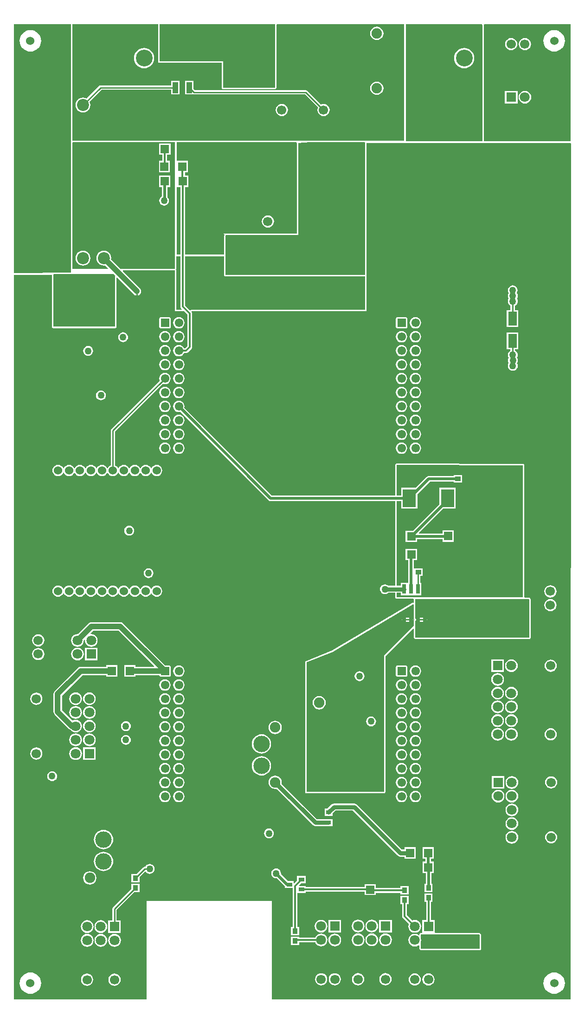
<source format=gtl>
G04*
G04 #@! TF.GenerationSoftware,Altium Limited,Altium Designer,18.1.9 (240)*
G04*
G04 Layer_Physical_Order=1*
G04 Layer_Color=255*
%FSLAX25Y25*%
%MOIN*%
G70*
G01*
G75*
%ADD12C,0.01000*%
%ADD17R,0.05906X0.06299*%
%ADD25R,0.11500X0.10200*%
%ADD26R,0.10200X0.11500*%
%ADD27R,0.07900X0.05000*%
%ADD28R,0.06299X0.05906*%
%ADD29R,0.03800X0.04000*%
%ADD31R,0.05000X0.07900*%
%ADD32R,0.06299X0.10000*%
%ADD47R,0.03937X0.03543*%
%ADD48R,0.02559X0.06890*%
%ADD49R,0.03937X0.07874*%
%ADD50R,0.09449X0.12992*%
%ADD51R,0.13346X0.11811*%
%ADD52R,0.04331X0.03150*%
%ADD53R,0.03543X0.03150*%
%ADD54R,0.04500X0.06500*%
%ADD55C,0.04000*%
%ADD56C,0.03000*%
%ADD57C,0.01378*%
%ADD58C,0.01968*%
%ADD59C,0.02000*%
%ADD60C,0.12000*%
%ADD61R,0.07087X0.07087*%
%ADD62C,0.07087*%
%ADD63C,0.06693*%
G04:AMPARAMS|DCode=64|XSize=61.02mil|YSize=61.02mil|CornerRadius=1.83mil|HoleSize=0mil|Usage=FLASHONLY|Rotation=270.000|XOffset=0mil|YOffset=0mil|HoleType=Round|Shape=RoundedRectangle|*
%AMROUNDEDRECTD64*
21,1,0.06102,0.05736,0,0,270.0*
21,1,0.05736,0.06102,0,0,270.0*
1,1,0.00366,-0.02868,-0.02868*
1,1,0.00366,-0.02868,0.02868*
1,1,0.00366,0.02868,0.02868*
1,1,0.00366,0.02868,-0.02868*
%
%ADD64ROUNDEDRECTD64*%
%ADD65C,0.06102*%
%ADD66R,0.07087X0.07087*%
%ADD67C,0.06000*%
%ADD68C,0.08661*%
%ADD69R,0.08661X0.08661*%
%ADD70C,0.10827*%
%ADD71C,0.11811*%
%ADD72C,0.07480*%
%ADD73C,0.05000*%
G36*
X74241Y258504D02*
Y213978D01*
X73887Y213624D01*
X36771Y213625D01*
X36771Y232694D01*
X-8839D01*
X-9019Y232769D01*
Y259214D01*
X74241D01*
Y258504D01*
D02*
G37*
G36*
X-10039Y232769D02*
X-9961Y232379D01*
X-9740Y232048D01*
X-9409Y231827D01*
X-9229Y231752D01*
X-8839Y231675D01*
X35751D01*
X35751Y213625D01*
X35829Y213234D01*
X36050Y212904D01*
X36381Y212683D01*
X36771Y212605D01*
X73887Y212605D01*
X74278Y212682D01*
X74608Y212903D01*
X74962Y213257D01*
X75183Y213588D01*
X75261Y213978D01*
Y258504D01*
Y258861D01*
X75614Y259214D01*
X166947Y259212D01*
X166947Y175680D01*
X166741Y175594D01*
X138781D01*
X138753Y175609D01*
X138615Y175619D01*
X138479Y175647D01*
X99075Y175775D01*
X99039Y175768D01*
X99003Y175772D01*
X96352Y175594D01*
X-9527D01*
X-71275Y175653D01*
X-71277Y175655D01*
X-71615Y176049D01*
X-71630Y176093D01*
X-71630Y259214D01*
X-10039D01*
Y232769D01*
D02*
G37*
G36*
X222907Y259153D02*
X223247Y258720D01*
X223247Y175356D01*
X167967Y175356D01*
X167967Y259212D01*
X222789Y259220D01*
X222907Y259153D01*
D02*
G37*
G36*
X286471Y259214D02*
X286471Y175356D01*
X224266Y175356D01*
X224266Y258960D01*
X224620Y259313D01*
X286471Y259214D01*
D02*
G37*
G36*
X89507Y174523D02*
X89853Y174205D01*
Y109094D01*
X37788D01*
Y109094D01*
X37501Y109094D01*
X37291Y108884D01*
X37581Y108594D01*
D01*
X37581Y108594D01*
X37730Y108132D01*
X37639Y107996D01*
X37561Y107606D01*
Y94114D01*
X9416D01*
Y142513D01*
X11647D01*
Y150812D01*
X9338D01*
Y153038D01*
X11569D01*
Y161337D01*
X3663D01*
X3301Y161670D01*
Y174564D01*
X89407D01*
X89507Y174523D01*
D02*
G37*
G36*
X138476Y174627D02*
X138756Y174127D01*
X138751Y174104D01*
Y79274D01*
X38581D01*
Y107606D01*
X38969Y107994D01*
X90873Y107994D01*
Y174205D01*
X99072Y174755D01*
X138476Y174627D01*
D02*
G37*
G36*
X5972Y94114D02*
X3301D01*
Y142369D01*
X3741Y142513D01*
Y142513D01*
X5972D01*
Y94114D01*
D02*
G37*
G36*
X1961Y174564D02*
X1961Y83594D01*
X-36843D01*
X-43713Y90464D01*
X-43585Y91434D01*
X-43769Y92826D01*
X-44306Y94122D01*
X-45160Y95236D01*
X-46274Y96090D01*
X-47570Y96627D01*
X-48962Y96811D01*
X-50354Y96627D01*
X-51650Y96090D01*
X-52764Y95236D01*
X-53618Y94122D01*
X-54156Y92826D01*
X-54339Y91434D01*
X-54156Y90042D01*
X-53618Y88746D01*
X-52764Y87632D01*
X-51650Y86778D01*
X-50354Y86240D01*
X-48962Y86057D01*
X-47992Y86185D01*
X-45864Y84056D01*
X-46055Y83594D01*
X-71629D01*
X-71630Y174280D01*
X-71276Y174634D01*
X1961Y174564D01*
D02*
G37*
G36*
X-72649Y80879D02*
X-113175Y80850D01*
X-113529Y81204D01*
X-113529Y259214D01*
X-72649D01*
X-72649Y80879D01*
D02*
G37*
G36*
X5972Y92854D02*
Y56745D01*
X6103Y56086D01*
X6476Y55528D01*
X7178Y54826D01*
X6987Y54364D01*
X3231D01*
X3230Y82370D01*
X3221Y82419D01*
X3226Y82470D01*
X3182Y82613D01*
X3153Y82760D01*
X3125Y82802D01*
X3110Y82850D01*
X3015Y82966D01*
X2951Y83062D01*
Y83446D01*
X2981Y83594D01*
Y92854D01*
X5972Y92854D01*
D02*
G37*
G36*
X37561Y92854D02*
Y89375D01*
X37367Y78574D01*
X37846D01*
X37860Y78553D01*
X38191Y78332D01*
X38581Y78255D01*
X138751D01*
Y54364D01*
X14184D01*
X13793Y54286D01*
X13572Y54139D01*
X13463Y54065D01*
Y54065D01*
X13463D01*
X13442Y54034D01*
X12840D01*
X9416Y57459D01*
Y92854D01*
X37561Y92854D01*
D02*
G37*
G36*
X-41798Y79990D02*
X-40799Y78992D01*
X-40799Y42229D01*
X-85219Y42229D01*
X-85219Y57039D01*
Y79854D01*
X-84865Y80207D01*
X-41798Y79990D01*
D02*
G37*
G36*
X286811Y173751D02*
X286518Y-440786D01*
X71709Y-440786D01*
Y-370103D01*
X-18091D01*
Y-440506D01*
X-18371Y-440786D01*
X-113529Y-440786D01*
X-113529Y79514D01*
X-95479D01*
X-86239Y79514D01*
Y57039D01*
X-86239Y42229D01*
X-86166Y41864D01*
Y41378D01*
X-85746D01*
X-85609Y41287D01*
X-85219Y41209D01*
X-40799Y41209D01*
X-40409Y41287D01*
X-40272Y41378D01*
X-39929D01*
Y41731D01*
X-39857Y41838D01*
X-39780Y42229D01*
X-39779Y77319D01*
X-39317Y77510D01*
X-27319Y65511D01*
X-26708Y65043D01*
Y59864D01*
X-26592Y59279D01*
X-26261Y58783D01*
X-25764Y58451D01*
X-25179Y58335D01*
X-24594Y58451D01*
X-24098Y58783D01*
X-23766Y59279D01*
X-23650Y59864D01*
Y65043D01*
X-23039Y65511D01*
X-22559Y66138D01*
X-22256Y66868D01*
X-22153Y67651D01*
X-22256Y68434D01*
X-22559Y69164D01*
X-23039Y69791D01*
X-35362Y82113D01*
X-35170Y82575D01*
X1961D01*
X2211Y82370D01*
X2211Y53344D01*
X8660D01*
X11090Y50914D01*
Y28278D01*
X9535Y26723D01*
X8672D01*
X8539Y27044D01*
X7890Y27890D01*
X7044Y28540D01*
X6058Y28948D01*
X5001Y29087D01*
X3943Y28948D01*
X2957Y28540D01*
X2111Y27890D01*
X1462Y27044D01*
X1054Y26059D01*
X914Y25001D01*
X1054Y23943D01*
X1462Y22958D01*
X2111Y22112D01*
X2957Y21462D01*
X3943Y21054D01*
X5001Y20915D01*
X6058Y21054D01*
X7044Y21462D01*
X7890Y22112D01*
X8539Y22958D01*
X8672Y23279D01*
X10249D01*
X10908Y23410D01*
X11466Y23783D01*
X14030Y26347D01*
X14403Y26905D01*
X14534Y27564D01*
Y51627D01*
X14403Y52286D01*
X14030Y52845D01*
X13992Y52882D01*
X14184Y53344D01*
X139771D01*
Y174104D01*
X143541D01*
X286457Y174104D01*
X286811Y173751D01*
D02*
G37*
%LPC*%
G36*
X147234Y257549D02*
X145997Y257386D01*
X144844Y256909D01*
X143854Y256149D01*
X143094Y255159D01*
X142616Y254006D01*
X142454Y252768D01*
X142616Y251531D01*
X143094Y250378D01*
X143854Y249388D01*
X144844Y248628D01*
X145997Y248150D01*
X147234Y247987D01*
X148472Y248150D01*
X149625Y248628D01*
X150615Y249388D01*
X151375Y250378D01*
X151853Y251531D01*
X152016Y252768D01*
X151853Y254006D01*
X151375Y255159D01*
X150615Y256149D01*
X149625Y256909D01*
X148472Y257386D01*
X147234Y257549D01*
D02*
G37*
G36*
X-20000Y242285D02*
X-21421Y242145D01*
X-22788Y241730D01*
X-24047Y241057D01*
X-25151Y240151D01*
X-26057Y239047D01*
X-26730Y237788D01*
X-27145Y236421D01*
X-27285Y235000D01*
X-27145Y233579D01*
X-26730Y232212D01*
X-26057Y230953D01*
X-25151Y229849D01*
X-24047Y228943D01*
X-22788Y228270D01*
X-21421Y227855D01*
X-20000Y227715D01*
X-18579Y227855D01*
X-17212Y228270D01*
X-15953Y228943D01*
X-14849Y229849D01*
X-13943Y230953D01*
X-13270Y232212D01*
X-12855Y233579D01*
X-12715Y235000D01*
X-12855Y236421D01*
X-13270Y237788D01*
X-13943Y239047D01*
X-14849Y240151D01*
X-15953Y241057D01*
X-17212Y241730D01*
X-18579Y242145D01*
X-20000Y242285D01*
D02*
G37*
G36*
X5479Y218798D02*
X-458D01*
Y215390D01*
X-51338D01*
X-51923Y215274D01*
X-52420Y214942D01*
X-61372Y205990D01*
X-62531Y206470D01*
X-63923Y206653D01*
X-65314Y206470D01*
X-66611Y205933D01*
X-67725Y205078D01*
X-68579Y203965D01*
X-69116Y202668D01*
X-69299Y201276D01*
X-69116Y199885D01*
X-68579Y198588D01*
X-67725Y197474D01*
X-66611Y196620D01*
X-65314Y196083D01*
X-63923Y195900D01*
X-62531Y196083D01*
X-61234Y196620D01*
X-60121Y197474D01*
X-59266Y198588D01*
X-58729Y199885D01*
X-58546Y201276D01*
X-58729Y202668D01*
X-59209Y203827D01*
X-50705Y212332D01*
X-458D01*
Y208924D01*
X5479D01*
Y218798D01*
D02*
G37*
G36*
X147234Y218179D02*
X145997Y218017D01*
X144844Y217539D01*
X143854Y216779D01*
X143094Y215789D01*
X142616Y214636D01*
X142454Y213398D01*
X142616Y212161D01*
X143094Y211008D01*
X143854Y210018D01*
X144844Y209258D01*
X145997Y208780D01*
X147234Y208617D01*
X148472Y208780D01*
X149625Y209258D01*
X150615Y210018D01*
X151375Y211008D01*
X151853Y212161D01*
X152016Y213398D01*
X151853Y214636D01*
X151375Y215789D01*
X150615Y216779D01*
X149625Y217539D01*
X148472Y218017D01*
X147234Y218179D01*
D02*
G37*
G36*
X15479Y218798D02*
X9542D01*
Y208924D01*
X15479D01*
Y208924D01*
X15542Y208976D01*
X15947Y208895D01*
X95647D01*
X104991Y199551D01*
X104717Y198888D01*
X104567Y197754D01*
X104717Y196619D01*
X105154Y195562D01*
X105851Y194654D01*
X106759Y193957D01*
X107816Y193519D01*
X108951Y193370D01*
X110086Y193519D01*
X111143Y193957D01*
X112051Y194654D01*
X112748Y195562D01*
X113186Y196619D01*
X113335Y197754D01*
X113186Y198888D01*
X112748Y199946D01*
X112051Y200854D01*
X111143Y201550D01*
X110086Y201988D01*
X108951Y202138D01*
X107816Y201988D01*
X107154Y201714D01*
X97362Y211506D01*
X96866Y211837D01*
X96280Y211954D01*
X16581D01*
X15479Y213055D01*
Y218798D01*
D02*
G37*
G36*
X78951Y202138D02*
X77816Y201988D01*
X76759Y201550D01*
X75851Y200854D01*
X75154Y199946D01*
X74717Y198888D01*
X74567Y197754D01*
X74717Y196619D01*
X75154Y195562D01*
X75851Y194654D01*
X76759Y193957D01*
X77816Y193519D01*
X78951Y193370D01*
X80086Y193519D01*
X81143Y193957D01*
X82051Y194654D01*
X82748Y195562D01*
X83186Y196619D01*
X83335Y197754D01*
X83186Y198888D01*
X82748Y199946D01*
X82051Y200854D01*
X81143Y201550D01*
X80086Y201988D01*
X78951Y202138D01*
D02*
G37*
G36*
X210000Y242285D02*
X208579Y242145D01*
X207212Y241730D01*
X205953Y241057D01*
X204849Y240151D01*
X203943Y239047D01*
X203270Y237788D01*
X202855Y236421D01*
X202715Y235000D01*
X202855Y233579D01*
X203270Y232212D01*
X203943Y230953D01*
X204849Y229849D01*
X205953Y228943D01*
X207212Y228270D01*
X208579Y227855D01*
X210000Y227715D01*
X211421Y227855D01*
X212788Y228270D01*
X214047Y228943D01*
X215151Y229849D01*
X216057Y230953D01*
X216730Y232212D01*
X217145Y233579D01*
X217285Y235000D01*
X217145Y236421D01*
X216730Y237788D01*
X216057Y239047D01*
X215151Y240151D01*
X214047Y241057D01*
X212788Y241730D01*
X211421Y242145D01*
X210000Y242285D01*
D02*
G37*
G36*
X253597Y249425D02*
X252462Y249276D01*
X251405Y248838D01*
X250497Y248141D01*
X249800Y247233D01*
X249362Y246176D01*
X249213Y245041D01*
X249362Y243906D01*
X249800Y242849D01*
X250497Y241941D01*
X251405Y241245D01*
X252462Y240807D01*
X253597Y240657D01*
X254732Y240807D01*
X255789Y241245D01*
X256697Y241941D01*
X257394Y242849D01*
X257832Y243906D01*
X257981Y245041D01*
X257832Y246176D01*
X257394Y247233D01*
X256697Y248141D01*
X255789Y248838D01*
X254732Y249276D01*
X253597Y249425D01*
D02*
G37*
G36*
X243754D02*
X242620Y249276D01*
X241562Y248838D01*
X240654Y248141D01*
X239958Y247233D01*
X239520Y246176D01*
X239370Y245041D01*
X239520Y243906D01*
X239958Y242849D01*
X240654Y241941D01*
X241562Y241245D01*
X242620Y240807D01*
X243754Y240657D01*
X244889Y240807D01*
X245946Y241245D01*
X246854Y241941D01*
X247551Y242849D01*
X247989Y243906D01*
X248138Y245041D01*
X247989Y246176D01*
X247551Y247233D01*
X246854Y248141D01*
X245946Y248838D01*
X244889Y249276D01*
X243754Y249425D01*
D02*
G37*
G36*
X274660Y255133D02*
X273152Y254985D01*
X271702Y254545D01*
X270365Y253831D01*
X269194Y252869D01*
X268233Y251698D01*
X267518Y250361D01*
X267078Y248911D01*
X266930Y247403D01*
X267078Y245895D01*
X267518Y244445D01*
X268233Y243109D01*
X269194Y241937D01*
X270365Y240976D01*
X271702Y240262D01*
X273152Y239822D01*
X274660Y239673D01*
X276168Y239822D01*
X277618Y240262D01*
X278955Y240976D01*
X280126Y241937D01*
X281087Y243109D01*
X281802Y244445D01*
X282242Y245895D01*
X282390Y247403D01*
X282242Y248911D01*
X281802Y250361D01*
X281087Y251698D01*
X280126Y252869D01*
X278955Y253831D01*
X277618Y254545D01*
X276168Y254985D01*
X274660Y255133D01*
D02*
G37*
G36*
X248298Y211474D02*
X239211D01*
Y202388D01*
X248298D01*
Y211474D01*
D02*
G37*
G36*
X253597Y211513D02*
X252411Y211357D01*
X251306Y210899D01*
X250357Y210171D01*
X249628Y209222D01*
X249171Y208117D01*
X249014Y206931D01*
X249171Y205745D01*
X249628Y204640D01*
X250357Y203691D01*
X251306Y202962D01*
X252411Y202505D01*
X253597Y202348D01*
X254783Y202505D01*
X255888Y202962D01*
X256837Y203691D01*
X257565Y204640D01*
X258023Y205745D01*
X258179Y206931D01*
X258023Y208117D01*
X257565Y209222D01*
X256837Y210171D01*
X255888Y210899D01*
X254783Y211357D01*
X253597Y211513D01*
D02*
G37*
G36*
X68951Y122138D02*
X67816Y121988D01*
X66759Y121550D01*
X65851Y120854D01*
X65154Y119946D01*
X64717Y118888D01*
X64567Y117754D01*
X64717Y116619D01*
X65154Y115562D01*
X65851Y114654D01*
X66759Y113957D01*
X67816Y113519D01*
X68951Y113370D01*
X70086Y113519D01*
X71143Y113957D01*
X72051Y114654D01*
X72748Y115562D01*
X73186Y116619D01*
X73335Y117754D01*
X73186Y118888D01*
X72748Y119946D01*
X72051Y120854D01*
X71143Y121550D01*
X70086Y121988D01*
X68951Y122138D01*
D02*
G37*
G36*
X-1001Y173746D02*
X-9300D01*
Y165841D01*
X-6872D01*
Y161337D01*
X-9329D01*
Y153038D01*
X-1423D01*
Y161337D01*
X-3428D01*
Y165841D01*
X-1001D01*
Y173746D01*
D02*
G37*
G36*
X-1345Y150811D02*
X-9251D01*
Y142512D01*
X-7321D01*
Y135738D01*
X-7350Y135726D01*
X-8081Y135165D01*
X-8642Y134433D01*
X-8995Y133582D01*
X-9115Y132668D01*
X-8995Y131755D01*
X-8642Y130903D01*
X-8081Y130172D01*
X-7350Y129611D01*
X-6499Y129258D01*
X-5585Y129138D01*
X-4671Y129258D01*
X-3820Y129611D01*
X-3089Y130172D01*
X-2528Y130903D01*
X-2175Y131755D01*
X-2055Y132668D01*
X-2175Y133582D01*
X-2528Y134433D01*
X-3089Y135165D01*
X-3275Y135307D01*
Y142512D01*
X-1345D01*
Y150811D01*
D02*
G37*
G36*
X-63923Y96811D02*
X-65314Y96627D01*
X-66611Y96090D01*
X-67725Y95236D01*
X-68579Y94122D01*
X-69116Y92826D01*
X-69299Y91434D01*
X-69116Y90042D01*
X-68579Y88746D01*
X-67725Y87632D01*
X-66611Y86778D01*
X-65314Y86240D01*
X-63923Y86057D01*
X-62531Y86240D01*
X-61234Y86778D01*
X-60121Y87632D01*
X-59266Y88746D01*
X-58729Y90042D01*
X-58546Y91434D01*
X-58729Y92826D01*
X-59266Y94122D01*
X-60121Y95236D01*
X-61234Y96090D01*
X-62531Y96627D01*
X-63923Y96811D01*
D02*
G37*
G36*
X-101718Y255133D02*
X-103226Y254985D01*
X-104676Y254545D01*
X-106013Y253831D01*
X-107184Y252869D01*
X-108145Y251698D01*
X-108860Y250361D01*
X-109300Y248911D01*
X-109448Y247403D01*
X-109300Y245895D01*
X-108860Y244445D01*
X-108145Y243109D01*
X-107184Y241937D01*
X-106013Y240976D01*
X-104676Y240262D01*
X-103226Y239822D01*
X-101718Y239673D01*
X-100210Y239822D01*
X-98760Y240262D01*
X-97423Y240976D01*
X-96252Y241937D01*
X-95291Y243109D01*
X-94576Y244445D01*
X-94137Y245895D01*
X-93988Y247403D01*
X-94137Y248911D01*
X-94576Y250361D01*
X-95291Y251698D01*
X-96252Y252869D01*
X-97423Y253831D01*
X-98760Y254545D01*
X-100210Y254985D01*
X-101718Y255133D01*
D02*
G37*
G36*
X244876Y71895D02*
X243962Y71775D01*
X243111Y71422D01*
X242380Y70861D01*
X241819Y70130D01*
X241466Y69279D01*
X241346Y68365D01*
X241466Y67451D01*
X241819Y66600D01*
X242015Y66344D01*
X241852Y66132D01*
X241499Y65280D01*
X241379Y64367D01*
X241499Y63453D01*
X241852Y62602D01*
X241986Y62427D01*
X241874Y62281D01*
X241521Y61430D01*
X241401Y60516D01*
X241521Y59602D01*
X241874Y58751D01*
X242435Y58020D01*
X243166Y57459D01*
X243242Y57427D01*
Y53987D01*
X240622D01*
Y41987D01*
X248921D01*
Y53987D01*
X246301D01*
Y57295D01*
X246696Y57459D01*
X247427Y58020D01*
X247988Y58751D01*
X248341Y59602D01*
X248461Y60516D01*
X248341Y61430D01*
X247988Y62281D01*
X247854Y62456D01*
X247966Y62602D01*
X248319Y63453D01*
X248439Y64367D01*
X248319Y65280D01*
X247966Y66132D01*
X247770Y66387D01*
X247933Y66600D01*
X248286Y67451D01*
X248406Y68365D01*
X248286Y69279D01*
X247933Y70130D01*
X247372Y70861D01*
X246641Y71422D01*
X245790Y71775D01*
X244876Y71895D01*
D02*
G37*
G36*
X167869Y49075D02*
X162132D01*
X161671Y48983D01*
X161279Y48722D01*
X161018Y48331D01*
X160926Y47869D01*
Y42133D01*
X161018Y41671D01*
X161279Y41280D01*
X161671Y41018D01*
X162132Y40927D01*
X167869D01*
X168330Y41018D01*
X168722Y41280D01*
X168983Y41671D01*
X169075Y42133D01*
Y47869D01*
X168983Y48331D01*
X168722Y48722D01*
X168330Y48983D01*
X167869Y49075D01*
D02*
G37*
G36*
X-2131D02*
X-7868D01*
X-8329Y48983D01*
X-8721Y48722D01*
X-8982Y48331D01*
X-9074Y47869D01*
Y42133D01*
X-8982Y41671D01*
X-8721Y41280D01*
X-8329Y41018D01*
X-7868Y40927D01*
X-2131D01*
X-1670Y41018D01*
X-1278Y41280D01*
X-1017Y41671D01*
X-925Y42133D01*
Y47869D01*
X-1017Y48331D01*
X-1278Y48722D01*
X-1670Y48983D01*
X-2131Y49075D01*
D02*
G37*
G36*
X175001Y49087D02*
X173943Y48948D01*
X172958Y48540D01*
X172111Y47890D01*
X171462Y47044D01*
X171054Y46058D01*
X170914Y45001D01*
X171054Y43943D01*
X171462Y42958D01*
X172111Y42112D01*
X172958Y41462D01*
X173943Y41054D01*
X175001Y40915D01*
X176058Y41054D01*
X177044Y41462D01*
X177890Y42112D01*
X178539Y42958D01*
X178947Y43943D01*
X179087Y45001D01*
X178947Y46058D01*
X178539Y47044D01*
X177890Y47890D01*
X177044Y48540D01*
X176058Y48948D01*
X175001Y49087D01*
D02*
G37*
G36*
X5001D02*
X3943Y48948D01*
X2957Y48540D01*
X2111Y47890D01*
X1462Y47044D01*
X1054Y46058D01*
X914Y45001D01*
X1054Y43943D01*
X1462Y42958D01*
X2111Y42112D01*
X2957Y41462D01*
X3943Y41054D01*
X5001Y40915D01*
X6058Y41054D01*
X7044Y41462D01*
X7890Y42112D01*
X8539Y42958D01*
X8947Y43943D01*
X9087Y45001D01*
X8947Y46058D01*
X8539Y47044D01*
X7890Y47890D01*
X7044Y48540D01*
X6058Y48948D01*
X5001Y49087D01*
D02*
G37*
G36*
X-35101Y38236D02*
X-36015Y38115D01*
X-36866Y37763D01*
X-37597Y37201D01*
X-38158Y36470D01*
X-38511Y35619D01*
X-38631Y34705D01*
X-38511Y33792D01*
X-38158Y32940D01*
X-37597Y32209D01*
X-36866Y31648D01*
X-36015Y31295D01*
X-35101Y31175D01*
X-34187Y31295D01*
X-33336Y31648D01*
X-32605Y32209D01*
X-32044Y32940D01*
X-31691Y33792D01*
X-31571Y34705D01*
X-31691Y35619D01*
X-32044Y36470D01*
X-32605Y37201D01*
X-33336Y37763D01*
X-34187Y38115D01*
X-35101Y38236D01*
D02*
G37*
G36*
X175001Y39087D02*
X173943Y38948D01*
X172958Y38540D01*
X172111Y37890D01*
X171462Y37044D01*
X171054Y36059D01*
X170914Y35001D01*
X171054Y33943D01*
X171462Y32958D01*
X172111Y32112D01*
X172958Y31462D01*
X173943Y31054D01*
X175001Y30915D01*
X176058Y31054D01*
X177044Y31462D01*
X177890Y32112D01*
X178539Y32958D01*
X178947Y33943D01*
X179087Y35001D01*
X178947Y36059D01*
X178539Y37044D01*
X177890Y37890D01*
X177044Y38540D01*
X176058Y38948D01*
X175001Y39087D01*
D02*
G37*
G36*
X165000D02*
X163943Y38948D01*
X162958Y38540D01*
X162111Y37890D01*
X161462Y37044D01*
X161054Y36059D01*
X160914Y35001D01*
X161054Y33943D01*
X161462Y32958D01*
X162111Y32112D01*
X162958Y31462D01*
X163943Y31054D01*
X165000Y30915D01*
X166058Y31054D01*
X167044Y31462D01*
X167890Y32112D01*
X168539Y32958D01*
X168948Y33943D01*
X169087Y35001D01*
X168948Y36059D01*
X168539Y37044D01*
X167890Y37890D01*
X167044Y38540D01*
X166058Y38948D01*
X165000Y39087D01*
D02*
G37*
G36*
X5001D02*
X3943Y38948D01*
X2957Y38540D01*
X2111Y37890D01*
X1462Y37044D01*
X1054Y36059D01*
X914Y35001D01*
X1054Y33943D01*
X1462Y32958D01*
X2111Y32112D01*
X2957Y31462D01*
X3943Y31054D01*
X5001Y30915D01*
X6058Y31054D01*
X7044Y31462D01*
X7890Y32112D01*
X8539Y32958D01*
X8947Y33943D01*
X9087Y35001D01*
X8947Y36059D01*
X8539Y37044D01*
X7890Y37890D01*
X7044Y38540D01*
X6058Y38948D01*
X5001Y39087D01*
D02*
G37*
G36*
X-5000D02*
X-6057Y38948D01*
X-7042Y38540D01*
X-7889Y37890D01*
X-8538Y37044D01*
X-8946Y36059D01*
X-9086Y35001D01*
X-8946Y33943D01*
X-8538Y32958D01*
X-7889Y32112D01*
X-7042Y31462D01*
X-6057Y31054D01*
X-5000Y30915D01*
X-3942Y31054D01*
X-2956Y31462D01*
X-2110Y32112D01*
X-1461Y32958D01*
X-1053Y33943D01*
X-913Y35001D01*
X-1053Y36059D01*
X-1461Y37044D01*
X-2110Y37890D01*
X-2956Y38540D01*
X-3942Y38948D01*
X-5000Y39087D01*
D02*
G37*
G36*
X-60192Y28378D02*
X-61105Y28258D01*
X-61957Y27905D01*
X-62688Y27344D01*
X-63249Y26613D01*
X-63602Y25762D01*
X-63722Y24848D01*
X-63602Y23934D01*
X-63249Y23083D01*
X-62688Y22352D01*
X-61957Y21791D01*
X-61105Y21438D01*
X-60192Y21318D01*
X-59278Y21438D01*
X-58427Y21791D01*
X-57695Y22352D01*
X-57134Y23083D01*
X-56782Y23934D01*
X-56661Y24848D01*
X-56782Y25762D01*
X-57134Y26613D01*
X-57695Y27344D01*
X-58427Y27905D01*
X-59278Y28258D01*
X-60192Y28378D01*
D02*
G37*
G36*
X175001Y29087D02*
X173943Y28948D01*
X172958Y28540D01*
X172111Y27890D01*
X171462Y27044D01*
X171054Y26059D01*
X170914Y25001D01*
X171054Y23943D01*
X171462Y22958D01*
X172111Y22112D01*
X172958Y21462D01*
X173943Y21054D01*
X175001Y20915D01*
X176058Y21054D01*
X177044Y21462D01*
X177890Y22112D01*
X178539Y22958D01*
X178947Y23943D01*
X179087Y25001D01*
X178947Y26059D01*
X178539Y27044D01*
X177890Y27890D01*
X177044Y28540D01*
X176058Y28948D01*
X175001Y29087D01*
D02*
G37*
G36*
X165000D02*
X163943Y28948D01*
X162958Y28540D01*
X162111Y27890D01*
X161462Y27044D01*
X161054Y26059D01*
X160914Y25001D01*
X161054Y23943D01*
X161462Y22958D01*
X162111Y22112D01*
X162958Y21462D01*
X163943Y21054D01*
X165000Y20915D01*
X166058Y21054D01*
X167044Y21462D01*
X167890Y22112D01*
X168539Y22958D01*
X168948Y23943D01*
X169087Y25001D01*
X168948Y26059D01*
X168539Y27044D01*
X167890Y27890D01*
X167044Y28540D01*
X166058Y28948D01*
X165000Y29087D01*
D02*
G37*
G36*
X-5000D02*
X-6057Y28948D01*
X-7042Y28540D01*
X-7889Y27890D01*
X-8538Y27044D01*
X-8946Y26059D01*
X-9086Y25001D01*
X-8946Y23943D01*
X-8538Y22958D01*
X-7889Y22112D01*
X-7042Y21462D01*
X-6057Y21054D01*
X-5000Y20915D01*
X-3942Y21054D01*
X-2956Y21462D01*
X-2110Y22112D01*
X-1461Y22958D01*
X-1053Y23943D01*
X-913Y25001D01*
X-1053Y26059D01*
X-1461Y27044D01*
X-2110Y27890D01*
X-2956Y28540D01*
X-3942Y28948D01*
X-5000Y29087D01*
D02*
G37*
G36*
X175001Y19087D02*
X173943Y18948D01*
X172958Y18540D01*
X172111Y17890D01*
X171462Y17044D01*
X171054Y16059D01*
X170914Y15001D01*
X171054Y13943D01*
X171462Y12958D01*
X172111Y12112D01*
X172958Y11462D01*
X173943Y11054D01*
X175001Y10915D01*
X176058Y11054D01*
X177044Y11462D01*
X177890Y12112D01*
X178539Y12958D01*
X178947Y13943D01*
X179087Y15001D01*
X178947Y16059D01*
X178539Y17044D01*
X177890Y17890D01*
X177044Y18540D01*
X176058Y18948D01*
X175001Y19087D01*
D02*
G37*
G36*
X165000D02*
X163943Y18948D01*
X162958Y18540D01*
X162111Y17890D01*
X161462Y17044D01*
X161054Y16059D01*
X160914Y15001D01*
X161054Y13943D01*
X161462Y12958D01*
X162111Y12112D01*
X162958Y11462D01*
X163943Y11054D01*
X165000Y10915D01*
X166058Y11054D01*
X167044Y11462D01*
X167890Y12112D01*
X168539Y12958D01*
X168948Y13943D01*
X169087Y15001D01*
X168948Y16059D01*
X168539Y17044D01*
X167890Y17890D01*
X167044Y18540D01*
X166058Y18948D01*
X165000Y19087D01*
D02*
G37*
G36*
X5001D02*
X3943Y18948D01*
X2957Y18540D01*
X2111Y17890D01*
X1462Y17044D01*
X1054Y16059D01*
X914Y15001D01*
X1054Y13943D01*
X1462Y12958D01*
X2111Y12112D01*
X2957Y11462D01*
X3943Y11054D01*
X5001Y10915D01*
X6058Y11054D01*
X7044Y11462D01*
X7890Y12112D01*
X8539Y12958D01*
X8947Y13943D01*
X9087Y15001D01*
X8947Y16059D01*
X8539Y17044D01*
X7890Y17890D01*
X7044Y18540D01*
X6058Y18948D01*
X5001Y19087D01*
D02*
G37*
G36*
X-5000D02*
X-6057Y18948D01*
X-7042Y18540D01*
X-7889Y17890D01*
X-8538Y17044D01*
X-8946Y16059D01*
X-9086Y15001D01*
X-8946Y13943D01*
X-8538Y12958D01*
X-7889Y12112D01*
X-7042Y11462D01*
X-6057Y11054D01*
X-5000Y10915D01*
X-3942Y11054D01*
X-2956Y11462D01*
X-2110Y12112D01*
X-1461Y12958D01*
X-1053Y13943D01*
X-913Y15001D01*
X-1053Y16059D01*
X-1461Y17044D01*
X-2110Y17890D01*
X-2956Y18540D01*
X-3942Y18948D01*
X-5000Y19087D01*
D02*
G37*
G36*
X248921Y37995D02*
X240622D01*
Y25995D01*
X243243D01*
Y25038D01*
X243167Y25007D01*
X242436Y24446D01*
X241875Y23715D01*
X241522Y22863D01*
X241402Y21950D01*
X241522Y21036D01*
X241875Y20185D01*
X242023Y19992D01*
X241908Y19842D01*
X241555Y18991D01*
X241435Y18077D01*
X241555Y17163D01*
X241908Y16312D01*
X242038Y16142D01*
X241842Y15886D01*
X241489Y15034D01*
X241369Y14121D01*
X241489Y13207D01*
X241842Y12356D01*
X242403Y11625D01*
X243134Y11064D01*
X243985Y10711D01*
X244899Y10591D01*
X245813Y10711D01*
X246664Y11064D01*
X247395Y11625D01*
X247956Y12356D01*
X248309Y13207D01*
X248429Y14121D01*
X248309Y15034D01*
X247956Y15886D01*
X247826Y16056D01*
X248022Y16312D01*
X248375Y17163D01*
X248495Y18077D01*
X248375Y18991D01*
X248022Y19842D01*
X247874Y20035D01*
X247989Y20185D01*
X248342Y21036D01*
X248462Y21950D01*
X248342Y22863D01*
X247989Y23715D01*
X247428Y24446D01*
X246697Y25007D01*
X246301Y25171D01*
Y25995D01*
X248921D01*
Y37995D01*
D02*
G37*
G36*
X175001Y9087D02*
X173943Y8948D01*
X172958Y8540D01*
X172111Y7890D01*
X171462Y7044D01*
X171054Y6058D01*
X170914Y5001D01*
X171054Y3943D01*
X171462Y2958D01*
X172111Y2112D01*
X172958Y1462D01*
X173943Y1054D01*
X175001Y915D01*
X176058Y1054D01*
X177044Y1462D01*
X177890Y2112D01*
X178539Y2958D01*
X178947Y3943D01*
X179087Y5001D01*
X178947Y6058D01*
X178539Y7044D01*
X177890Y7890D01*
X177044Y8540D01*
X176058Y8948D01*
X175001Y9087D01*
D02*
G37*
G36*
X165000D02*
X163943Y8948D01*
X162958Y8540D01*
X162111Y7890D01*
X161462Y7044D01*
X161054Y6058D01*
X160914Y5001D01*
X161054Y3943D01*
X161462Y2958D01*
X162111Y2112D01*
X162958Y1462D01*
X163943Y1054D01*
X165000Y915D01*
X166058Y1054D01*
X167044Y1462D01*
X167890Y2112D01*
X168539Y2958D01*
X168948Y3943D01*
X169087Y5001D01*
X168948Y6058D01*
X168539Y7044D01*
X167890Y7890D01*
X167044Y8540D01*
X166058Y8948D01*
X165000Y9087D01*
D02*
G37*
G36*
X5001D02*
X3943Y8948D01*
X2957Y8540D01*
X2111Y7890D01*
X1462Y7044D01*
X1054Y6058D01*
X914Y5001D01*
X1054Y3943D01*
X1462Y2958D01*
X2111Y2112D01*
X2957Y1462D01*
X3943Y1054D01*
X5001Y915D01*
X6058Y1054D01*
X7044Y1462D01*
X7890Y2112D01*
X8539Y2958D01*
X8947Y3943D01*
X9087Y5001D01*
X8947Y6058D01*
X8539Y7044D01*
X7890Y7890D01*
X7044Y8540D01*
X6058Y8948D01*
X5001Y9087D01*
D02*
G37*
G36*
X-5000D02*
X-6057Y8948D01*
X-7042Y8540D01*
X-7889Y7890D01*
X-8538Y7044D01*
X-8946Y6058D01*
X-9086Y5001D01*
X-8946Y3943D01*
X-8742Y3451D01*
X-43532Y-31339D01*
X-43863Y-31835D01*
X-43979Y-32420D01*
Y-57274D01*
X-44467Y-57476D01*
X-45303Y-58117D01*
X-45944Y-58952D01*
X-46117Y-59369D01*
X-46658D01*
X-46830Y-58952D01*
X-47471Y-58117D01*
X-48307Y-57476D01*
X-49280Y-57073D01*
X-50324Y-56935D01*
X-51368Y-57073D01*
X-52341Y-57476D01*
X-53177Y-58117D01*
X-53818Y-58952D01*
X-53991Y-59369D01*
X-54532D01*
X-54704Y-58952D01*
X-55345Y-58117D01*
X-56181Y-57476D01*
X-57154Y-57073D01*
X-58198Y-56935D01*
X-59242Y-57073D01*
X-60215Y-57476D01*
X-61051Y-58117D01*
X-61692Y-58952D01*
X-61865Y-59369D01*
X-62406D01*
X-62578Y-58952D01*
X-63219Y-58117D01*
X-64055Y-57476D01*
X-65028Y-57073D01*
X-66072Y-56935D01*
X-67116Y-57073D01*
X-68089Y-57476D01*
X-68925Y-58117D01*
X-69566Y-58952D01*
X-69739Y-59369D01*
X-70280D01*
X-70452Y-58952D01*
X-71093Y-58117D01*
X-71929Y-57476D01*
X-72902Y-57073D01*
X-73946Y-56935D01*
X-74990Y-57073D01*
X-75963Y-57476D01*
X-76799Y-58117D01*
X-77440Y-58952D01*
X-77613Y-59369D01*
X-78154D01*
X-78326Y-58952D01*
X-78967Y-58117D01*
X-79803Y-57476D01*
X-80776Y-57073D01*
X-81820Y-56935D01*
X-82864Y-57073D01*
X-83837Y-57476D01*
X-84673Y-58117D01*
X-85314Y-58952D01*
X-85717Y-59925D01*
X-85855Y-60970D01*
X-85717Y-62014D01*
X-85314Y-62987D01*
X-84673Y-63822D01*
X-83837Y-64464D01*
X-82864Y-64867D01*
X-81820Y-65004D01*
X-80776Y-64867D01*
X-79803Y-64464D01*
X-78967Y-63822D01*
X-78326Y-62987D01*
X-78154Y-62571D01*
X-77613D01*
X-77440Y-62987D01*
X-76799Y-63822D01*
X-75963Y-64464D01*
X-74990Y-64867D01*
X-73946Y-65004D01*
X-72902Y-64867D01*
X-71929Y-64464D01*
X-71093Y-63822D01*
X-70452Y-62987D01*
X-70280Y-62571D01*
X-69739D01*
X-69566Y-62987D01*
X-68925Y-63822D01*
X-68089Y-64464D01*
X-67116Y-64867D01*
X-66072Y-65004D01*
X-65028Y-64867D01*
X-64055Y-64464D01*
X-63219Y-63822D01*
X-62578Y-62987D01*
X-62406Y-62571D01*
X-61865D01*
X-61692Y-62987D01*
X-61051Y-63822D01*
X-60215Y-64464D01*
X-59242Y-64867D01*
X-58198Y-65004D01*
X-57154Y-64867D01*
X-56181Y-64464D01*
X-55345Y-63822D01*
X-54704Y-62987D01*
X-54532Y-62571D01*
X-53991D01*
X-53818Y-62987D01*
X-53177Y-63822D01*
X-52341Y-64464D01*
X-51368Y-64867D01*
X-50324Y-65004D01*
X-49280Y-64867D01*
X-48307Y-64464D01*
X-47471Y-63822D01*
X-46830Y-62987D01*
X-46658Y-62571D01*
X-46117D01*
X-45944Y-62987D01*
X-45303Y-63822D01*
X-44467Y-64464D01*
X-43494Y-64867D01*
X-42450Y-65004D01*
X-41406Y-64867D01*
X-40433Y-64464D01*
X-39597Y-63822D01*
X-38956Y-62987D01*
X-38784Y-62571D01*
X-38242D01*
X-38070Y-62987D01*
X-37429Y-63822D01*
X-36593Y-64464D01*
X-35620Y-64867D01*
X-34576Y-65004D01*
X-33532Y-64867D01*
X-32559Y-64464D01*
X-31723Y-63822D01*
X-31082Y-62987D01*
X-30910Y-62571D01*
X-30368D01*
X-30196Y-62987D01*
X-29555Y-63822D01*
X-28719Y-64464D01*
X-27746Y-64867D01*
X-26702Y-65004D01*
X-25658Y-64867D01*
X-24685Y-64464D01*
X-23849Y-63822D01*
X-23208Y-62987D01*
X-23036Y-62571D01*
X-22494D01*
X-22322Y-62987D01*
X-21681Y-63822D01*
X-20845Y-64464D01*
X-19872Y-64867D01*
X-18828Y-65004D01*
X-17784Y-64867D01*
X-16811Y-64464D01*
X-15975Y-63822D01*
X-15334Y-62987D01*
X-15162Y-62571D01*
X-14620D01*
X-14448Y-62987D01*
X-13807Y-63822D01*
X-12971Y-64464D01*
X-11998Y-64867D01*
X-10954Y-65004D01*
X-9910Y-64867D01*
X-8937Y-64464D01*
X-8101Y-63822D01*
X-7460Y-62987D01*
X-7057Y-62014D01*
X-6920Y-60970D01*
X-7057Y-59925D01*
X-7460Y-58952D01*
X-8101Y-58117D01*
X-8937Y-57476D01*
X-9910Y-57073D01*
X-10954Y-56935D01*
X-11998Y-57073D01*
X-12971Y-57476D01*
X-13807Y-58117D01*
X-14448Y-58952D01*
X-14620Y-59369D01*
X-15162D01*
X-15334Y-58952D01*
X-15975Y-58117D01*
X-16811Y-57476D01*
X-17784Y-57073D01*
X-18828Y-56935D01*
X-19872Y-57073D01*
X-20845Y-57476D01*
X-21681Y-58117D01*
X-22322Y-58952D01*
X-22494Y-59369D01*
X-23036D01*
X-23208Y-58952D01*
X-23849Y-58117D01*
X-24685Y-57476D01*
X-25658Y-57073D01*
X-26702Y-56935D01*
X-27746Y-57073D01*
X-28719Y-57476D01*
X-29555Y-58117D01*
X-30196Y-58952D01*
X-30368Y-59369D01*
X-30910D01*
X-31082Y-58952D01*
X-31723Y-58117D01*
X-32559Y-57476D01*
X-33532Y-57073D01*
X-34576Y-56935D01*
X-35620Y-57073D01*
X-36593Y-57476D01*
X-37429Y-58117D01*
X-38070Y-58952D01*
X-38242Y-59369D01*
X-38784D01*
X-38956Y-58952D01*
X-39597Y-58117D01*
X-40433Y-57476D01*
X-40921Y-57274D01*
Y-33054D01*
X-6592Y1276D01*
X-6057Y1054D01*
X-5000Y915D01*
X-3942Y1054D01*
X-2956Y1462D01*
X-2110Y2112D01*
X-1461Y2958D01*
X-1053Y3943D01*
X-913Y5001D01*
X-1053Y6058D01*
X-1461Y7044D01*
X-2110Y7890D01*
X-2956Y8540D01*
X-3942Y8948D01*
X-5000Y9087D01*
D02*
G37*
G36*
X175001Y-913D02*
X173943Y-1052D01*
X172958Y-1460D01*
X172111Y-2110D01*
X171462Y-2956D01*
X171054Y-3941D01*
X170914Y-4999D01*
X171054Y-6057D01*
X171462Y-7042D01*
X172111Y-7888D01*
X172958Y-8538D01*
X173943Y-8946D01*
X175001Y-9085D01*
X176058Y-8946D01*
X177044Y-8538D01*
X177890Y-7888D01*
X178539Y-7042D01*
X178947Y-6057D01*
X179087Y-4999D01*
X178947Y-3941D01*
X178539Y-2956D01*
X177890Y-2110D01*
X177044Y-1460D01*
X176058Y-1052D01*
X175001Y-913D01*
D02*
G37*
G36*
X165000D02*
X163943Y-1052D01*
X162958Y-1460D01*
X162111Y-2110D01*
X161462Y-2956D01*
X161054Y-3941D01*
X160914Y-4999D01*
X161054Y-6057D01*
X161462Y-7042D01*
X162111Y-7888D01*
X162958Y-8538D01*
X163943Y-8946D01*
X165000Y-9085D01*
X166058Y-8946D01*
X167044Y-8538D01*
X167890Y-7888D01*
X168539Y-7042D01*
X168948Y-6057D01*
X169087Y-4999D01*
X168948Y-3941D01*
X168539Y-2956D01*
X167890Y-2110D01*
X167044Y-1460D01*
X166058Y-1052D01*
X165000Y-913D01*
D02*
G37*
G36*
X5001D02*
X3943Y-1052D01*
X2957Y-1460D01*
X2111Y-2110D01*
X1462Y-2956D01*
X1054Y-3941D01*
X914Y-4999D01*
X1054Y-6057D01*
X1462Y-7042D01*
X2111Y-7888D01*
X2957Y-8538D01*
X3943Y-8946D01*
X5001Y-9085D01*
X6058Y-8946D01*
X7044Y-8538D01*
X7890Y-7888D01*
X8539Y-7042D01*
X8947Y-6057D01*
X9087Y-4999D01*
X8947Y-3941D01*
X8539Y-2956D01*
X7890Y-2110D01*
X7044Y-1460D01*
X6058Y-1052D01*
X5001Y-913D01*
D02*
G37*
G36*
X-5000D02*
X-6057Y-1052D01*
X-7042Y-1460D01*
X-7889Y-2110D01*
X-8538Y-2956D01*
X-8946Y-3941D01*
X-9086Y-4999D01*
X-8946Y-6057D01*
X-8538Y-7042D01*
X-7889Y-7888D01*
X-7042Y-8538D01*
X-6057Y-8946D01*
X-5000Y-9085D01*
X-3942Y-8946D01*
X-2956Y-8538D01*
X-2110Y-7888D01*
X-1461Y-7042D01*
X-1053Y-6057D01*
X-913Y-4999D01*
X-1053Y-3941D01*
X-1461Y-2956D01*
X-2110Y-2110D01*
X-2956Y-1460D01*
X-3942Y-1052D01*
X-5000Y-913D01*
D02*
G37*
G36*
X-50992Y-3502D02*
X-51905Y-3622D01*
X-52757Y-3975D01*
X-53488Y-4536D01*
X-54049Y-5267D01*
X-54402Y-6118D01*
X-54522Y-7032D01*
X-54402Y-7946D01*
X-54049Y-8797D01*
X-53488Y-9528D01*
X-52757Y-10089D01*
X-51905Y-10442D01*
X-50992Y-10562D01*
X-50078Y-10442D01*
X-49227Y-10089D01*
X-48495Y-9528D01*
X-47934Y-8797D01*
X-47582Y-7946D01*
X-47462Y-7032D01*
X-47582Y-6118D01*
X-47934Y-5267D01*
X-48495Y-4536D01*
X-49227Y-3975D01*
X-50078Y-3622D01*
X-50992Y-3502D01*
D02*
G37*
G36*
X175001Y-10913D02*
X173943Y-11052D01*
X172958Y-11460D01*
X172111Y-12110D01*
X171462Y-12956D01*
X171054Y-13941D01*
X170914Y-14999D01*
X171054Y-16057D01*
X171462Y-17042D01*
X172111Y-17888D01*
X172958Y-18538D01*
X173943Y-18946D01*
X175001Y-19085D01*
X176058Y-18946D01*
X177044Y-18538D01*
X177890Y-17888D01*
X178539Y-17042D01*
X178947Y-16057D01*
X179087Y-14999D01*
X178947Y-13941D01*
X178539Y-12956D01*
X177890Y-12110D01*
X177044Y-11460D01*
X176058Y-11052D01*
X175001Y-10913D01*
D02*
G37*
G36*
X165000D02*
X163943Y-11052D01*
X162958Y-11460D01*
X162111Y-12110D01*
X161462Y-12956D01*
X161054Y-13941D01*
X160914Y-14999D01*
X161054Y-16057D01*
X161462Y-17042D01*
X162111Y-17888D01*
X162958Y-18538D01*
X163943Y-18946D01*
X165000Y-19085D01*
X166058Y-18946D01*
X167044Y-18538D01*
X167890Y-17888D01*
X168539Y-17042D01*
X168948Y-16057D01*
X169087Y-14999D01*
X168948Y-13941D01*
X168539Y-12956D01*
X167890Y-12110D01*
X167044Y-11460D01*
X166058Y-11052D01*
X165000Y-10913D01*
D02*
G37*
G36*
X-5000D02*
X-6057Y-11052D01*
X-7042Y-11460D01*
X-7889Y-12110D01*
X-8538Y-12956D01*
X-8946Y-13941D01*
X-9086Y-14999D01*
X-8946Y-16057D01*
X-8538Y-17042D01*
X-7889Y-17888D01*
X-7042Y-18538D01*
X-6057Y-18946D01*
X-5000Y-19085D01*
X-3942Y-18946D01*
X-2956Y-18538D01*
X-2110Y-17888D01*
X-1461Y-17042D01*
X-1053Y-16057D01*
X-913Y-14999D01*
X-1053Y-13941D01*
X-1461Y-12956D01*
X-2110Y-12110D01*
X-2956Y-11460D01*
X-3942Y-11052D01*
X-5000Y-10913D01*
D02*
G37*
G36*
X175001Y-20913D02*
X173943Y-21052D01*
X172958Y-21460D01*
X172111Y-22110D01*
X171462Y-22956D01*
X171054Y-23942D01*
X170914Y-24999D01*
X171054Y-26057D01*
X171462Y-27042D01*
X172111Y-27888D01*
X172958Y-28538D01*
X173943Y-28946D01*
X175001Y-29085D01*
X176058Y-28946D01*
X177044Y-28538D01*
X177890Y-27888D01*
X178539Y-27042D01*
X178947Y-26057D01*
X179087Y-24999D01*
X178947Y-23942D01*
X178539Y-22956D01*
X177890Y-22110D01*
X177044Y-21460D01*
X176058Y-21052D01*
X175001Y-20913D01*
D02*
G37*
G36*
X165000D02*
X163943Y-21052D01*
X162958Y-21460D01*
X162111Y-22110D01*
X161462Y-22956D01*
X161054Y-23942D01*
X160914Y-24999D01*
X161054Y-26057D01*
X161462Y-27042D01*
X162111Y-27888D01*
X162958Y-28538D01*
X163943Y-28946D01*
X165000Y-29085D01*
X166058Y-28946D01*
X167044Y-28538D01*
X167890Y-27888D01*
X168539Y-27042D01*
X168948Y-26057D01*
X169087Y-24999D01*
X168948Y-23942D01*
X168539Y-22956D01*
X167890Y-22110D01*
X167044Y-21460D01*
X166058Y-21052D01*
X165000Y-20913D01*
D02*
G37*
G36*
X5001D02*
X3943Y-21052D01*
X2957Y-21460D01*
X2111Y-22110D01*
X1462Y-22956D01*
X1054Y-23942D01*
X914Y-24999D01*
X1054Y-26057D01*
X1462Y-27042D01*
X2111Y-27888D01*
X2957Y-28538D01*
X3943Y-28946D01*
X5001Y-29085D01*
X6058Y-28946D01*
X7044Y-28538D01*
X7890Y-27888D01*
X8539Y-27042D01*
X8947Y-26057D01*
X9087Y-24999D01*
X8947Y-23942D01*
X8539Y-22956D01*
X7890Y-22110D01*
X7044Y-21460D01*
X6058Y-21052D01*
X5001Y-20913D01*
D02*
G37*
G36*
X-5000D02*
X-6057Y-21052D01*
X-7042Y-21460D01*
X-7889Y-22110D01*
X-8538Y-22956D01*
X-8946Y-23942D01*
X-9086Y-24999D01*
X-8946Y-26057D01*
X-8538Y-27042D01*
X-7889Y-27888D01*
X-7042Y-28538D01*
X-6057Y-28946D01*
X-5000Y-29085D01*
X-3942Y-28946D01*
X-2956Y-28538D01*
X-2110Y-27888D01*
X-1461Y-27042D01*
X-1053Y-26057D01*
X-913Y-24999D01*
X-1053Y-23942D01*
X-1461Y-22956D01*
X-2110Y-22110D01*
X-2956Y-21460D01*
X-3942Y-21052D01*
X-5000Y-20913D01*
D02*
G37*
G36*
X175001Y-30913D02*
X173943Y-31052D01*
X172958Y-31460D01*
X172111Y-32110D01*
X171462Y-32956D01*
X171054Y-33942D01*
X170914Y-34999D01*
X171054Y-36057D01*
X171462Y-37042D01*
X172111Y-37888D01*
X172958Y-38538D01*
X173943Y-38946D01*
X175001Y-39085D01*
X176058Y-38946D01*
X177044Y-38538D01*
X177890Y-37888D01*
X178539Y-37042D01*
X178947Y-36057D01*
X179087Y-34999D01*
X178947Y-33942D01*
X178539Y-32956D01*
X177890Y-32110D01*
X177044Y-31460D01*
X176058Y-31052D01*
X175001Y-30913D01*
D02*
G37*
G36*
X165000D02*
X163943Y-31052D01*
X162958Y-31460D01*
X162111Y-32110D01*
X161462Y-32956D01*
X161054Y-33942D01*
X160914Y-34999D01*
X161054Y-36057D01*
X161462Y-37042D01*
X162111Y-37888D01*
X162958Y-38538D01*
X163943Y-38946D01*
X165000Y-39085D01*
X166058Y-38946D01*
X167044Y-38538D01*
X167890Y-37888D01*
X168539Y-37042D01*
X168948Y-36057D01*
X169087Y-34999D01*
X168948Y-33942D01*
X168539Y-32956D01*
X167890Y-32110D01*
X167044Y-31460D01*
X166058Y-31052D01*
X165000Y-30913D01*
D02*
G37*
G36*
X5001D02*
X3943Y-31052D01*
X2957Y-31460D01*
X2111Y-32110D01*
X1462Y-32956D01*
X1054Y-33942D01*
X914Y-34999D01*
X1054Y-36057D01*
X1462Y-37042D01*
X2111Y-37888D01*
X2957Y-38538D01*
X3943Y-38946D01*
X5001Y-39085D01*
X6058Y-38946D01*
X7044Y-38538D01*
X7890Y-37888D01*
X8539Y-37042D01*
X8947Y-36057D01*
X9087Y-34999D01*
X8947Y-33942D01*
X8539Y-32956D01*
X7890Y-32110D01*
X7044Y-31460D01*
X6058Y-31052D01*
X5001Y-30913D01*
D02*
G37*
G36*
X-5000D02*
X-6057Y-31052D01*
X-7042Y-31460D01*
X-7889Y-32110D01*
X-8538Y-32956D01*
X-8946Y-33942D01*
X-9086Y-34999D01*
X-8946Y-36057D01*
X-8538Y-37042D01*
X-7889Y-37888D01*
X-7042Y-38538D01*
X-6057Y-38946D01*
X-5000Y-39085D01*
X-3942Y-38946D01*
X-2956Y-38538D01*
X-2110Y-37888D01*
X-1461Y-37042D01*
X-1053Y-36057D01*
X-913Y-34999D01*
X-1053Y-33942D01*
X-1461Y-32956D01*
X-2110Y-32110D01*
X-2956Y-31460D01*
X-3942Y-31052D01*
X-5000Y-30913D01*
D02*
G37*
G36*
X175001Y-40913D02*
X173943Y-41052D01*
X172958Y-41460D01*
X172111Y-42110D01*
X171462Y-42956D01*
X171054Y-43942D01*
X170914Y-44999D01*
X171054Y-46057D01*
X171462Y-47042D01*
X172111Y-47888D01*
X172958Y-48538D01*
X173943Y-48946D01*
X175001Y-49085D01*
X176058Y-48946D01*
X177044Y-48538D01*
X177890Y-47888D01*
X178539Y-47042D01*
X178947Y-46057D01*
X179087Y-44999D01*
X178947Y-43942D01*
X178539Y-42956D01*
X177890Y-42110D01*
X177044Y-41460D01*
X176058Y-41052D01*
X175001Y-40913D01*
D02*
G37*
G36*
X165000D02*
X163943Y-41052D01*
X162958Y-41460D01*
X162111Y-42110D01*
X161462Y-42956D01*
X161054Y-43942D01*
X160914Y-44999D01*
X161054Y-46057D01*
X161462Y-47042D01*
X162111Y-47888D01*
X162958Y-48538D01*
X163943Y-48946D01*
X165000Y-49085D01*
X166058Y-48946D01*
X167044Y-48538D01*
X167890Y-47888D01*
X168539Y-47042D01*
X168948Y-46057D01*
X169087Y-44999D01*
X168948Y-43942D01*
X168539Y-42956D01*
X167890Y-42110D01*
X167044Y-41460D01*
X166058Y-41052D01*
X165000Y-40913D01*
D02*
G37*
G36*
X5001D02*
X3943Y-41052D01*
X2957Y-41460D01*
X2111Y-42110D01*
X1462Y-42956D01*
X1054Y-43942D01*
X914Y-44999D01*
X1054Y-46057D01*
X1462Y-47042D01*
X2111Y-47888D01*
X2957Y-48538D01*
X3943Y-48946D01*
X5001Y-49085D01*
X6058Y-48946D01*
X7044Y-48538D01*
X7890Y-47888D01*
X8539Y-47042D01*
X8947Y-46057D01*
X9087Y-44999D01*
X8947Y-43942D01*
X8539Y-42956D01*
X7890Y-42110D01*
X7044Y-41460D01*
X6058Y-41052D01*
X5001Y-40913D01*
D02*
G37*
G36*
X-5000D02*
X-6057Y-41052D01*
X-7042Y-41460D01*
X-7889Y-42110D01*
X-8538Y-42956D01*
X-8946Y-43942D01*
X-9086Y-44999D01*
X-8946Y-46057D01*
X-8538Y-47042D01*
X-7889Y-47888D01*
X-7042Y-48538D01*
X-6057Y-48946D01*
X-5000Y-49085D01*
X-3942Y-48946D01*
X-2956Y-48538D01*
X-2110Y-47888D01*
X-1461Y-47042D01*
X-1053Y-46057D01*
X-913Y-44999D01*
X-1053Y-43942D01*
X-1461Y-42956D01*
X-2110Y-42110D01*
X-2956Y-41460D01*
X-3942Y-41052D01*
X-5000Y-40913D01*
D02*
G37*
G36*
X-30677Y-100600D02*
X-31591Y-100720D01*
X-32442Y-101072D01*
X-33173Y-101634D01*
X-33734Y-102365D01*
X-34087Y-103216D01*
X-34207Y-104130D01*
X-34087Y-105043D01*
X-33734Y-105895D01*
X-33173Y-106626D01*
X-32442Y-107187D01*
X-31591Y-107540D01*
X-30677Y-107660D01*
X-29763Y-107540D01*
X-28912Y-107187D01*
X-28181Y-106626D01*
X-27620Y-105895D01*
X-27267Y-105043D01*
X-27147Y-104130D01*
X-27267Y-103216D01*
X-27620Y-102365D01*
X-28181Y-101634D01*
X-28912Y-101072D01*
X-29763Y-100720D01*
X-30677Y-100600D01*
D02*
G37*
G36*
X-16822Y-131150D02*
X-17736Y-131270D01*
X-18587Y-131623D01*
X-19318Y-132184D01*
X-19879Y-132915D01*
X-20232Y-133766D01*
X-20352Y-134680D01*
X-20232Y-135594D01*
X-19879Y-136445D01*
X-19318Y-137176D01*
X-18587Y-137737D01*
X-17736Y-138090D01*
X-16822Y-138210D01*
X-15908Y-138090D01*
X-15057Y-137737D01*
X-14326Y-137176D01*
X-13765Y-136445D01*
X-13412Y-135594D01*
X-13292Y-134680D01*
X-13412Y-133766D01*
X-13765Y-132915D01*
X-14326Y-132184D01*
X-15057Y-131623D01*
X-15908Y-131270D01*
X-16822Y-131150D01*
D02*
G37*
G36*
X5001Y-10913D02*
X3943Y-11052D01*
X2957Y-11460D01*
X2111Y-12110D01*
X1462Y-12956D01*
X1054Y-13941D01*
X914Y-14999D01*
X1054Y-16057D01*
X1462Y-17042D01*
X2111Y-17888D01*
X2957Y-18538D01*
X3943Y-18946D01*
X5001Y-19085D01*
X6057Y-18946D01*
X69479Y-82368D01*
X70135Y-82807D01*
X70910Y-82961D01*
X160462D01*
Y-143662D01*
X155444D01*
X154782Y-143153D01*
X153931Y-142801D01*
X153017Y-142681D01*
X152103Y-142801D01*
X151252Y-143153D01*
X150521Y-143714D01*
X149960Y-144446D01*
X149607Y-145297D01*
X149487Y-146211D01*
X149607Y-147124D01*
X149960Y-147976D01*
X150521Y-148707D01*
X151252Y-149268D01*
X152103Y-149621D01*
X153017Y-149741D01*
X153931Y-149621D01*
X154782Y-149268D01*
X155444Y-148760D01*
X160462D01*
Y-151912D01*
X160540Y-152302D01*
X160761Y-152633D01*
X161092Y-152854D01*
X161482Y-152931D01*
X173340D01*
X173469Y-152999D01*
X173763Y-153358D01*
X173770Y-153378D01*
X173823Y-155496D01*
X173754Y-155638D01*
X173731Y-155671D01*
X173480Y-155922D01*
X173352Y-155931D01*
X173333Y-155931D01*
X173208Y-155924D01*
X173147Y-155946D01*
X173083Y-155950D01*
X172961Y-156011D01*
X172833Y-156056D01*
X114900Y-190371D01*
X96278Y-197835D01*
X96273Y-197838D01*
X96267Y-197840D01*
X96106Y-197947D01*
X95944Y-198053D01*
X95941Y-198057D01*
X95936Y-198061D01*
X95829Y-198221D01*
X95719Y-198381D01*
X95718Y-198387D01*
X95715Y-198391D01*
X95677Y-198581D01*
X95637Y-198770D01*
X95639Y-198776D01*
X95637Y-198782D01*
Y-291648D01*
X95715Y-292038D01*
X95936Y-292369D01*
X96267Y-292590D01*
X96657Y-292667D01*
X152305Y-292668D01*
X152695Y-292590D01*
X153026Y-292369D01*
X153247Y-292038D01*
X153324Y-291648D01*
X153324Y-194348D01*
X173390Y-174282D01*
X173852Y-174474D01*
Y-180705D01*
X173930Y-181095D01*
X174151Y-181426D01*
X174353Y-181628D01*
X174684Y-181849D01*
X175074Y-181926D01*
X256678D01*
X257068Y-181849D01*
X257399Y-181628D01*
X257620Y-181297D01*
X257698Y-180907D01*
Y-153664D01*
X257685Y-153603D01*
X257690Y-153541D01*
X257670Y-153375D01*
X257627Y-153243D01*
X257599Y-153107D01*
X257565Y-153055D01*
X257546Y-152997D01*
X257455Y-152891D01*
X257378Y-152776D01*
X257045Y-152443D01*
X257044Y-152443D01*
X257044Y-152442D01*
X256877Y-152331D01*
X256714Y-152222D01*
X256714Y-152222D01*
X256713Y-152222D01*
X256517Y-152183D01*
X256324Y-152145D01*
X256323Y-152145D01*
X256323Y-152145D01*
X253567Y-152148D01*
X253165Y-151648D01*
Y-57206D01*
X253126Y-57012D01*
X253088Y-56818D01*
X253087Y-56817D01*
X253087Y-56816D01*
X252976Y-56650D01*
X252867Y-56486D01*
X252867Y-56486D01*
X252866Y-56485D01*
X252700Y-56374D01*
X252537Y-56265D01*
X252536Y-56265D01*
X252535Y-56264D01*
X252341Y-56225D01*
X252147Y-56186D01*
X161504Y-55999D01*
X161503Y-55999D01*
X161503Y-55999D01*
X161309Y-56038D01*
X161114Y-56076D01*
X161113Y-56077D01*
X161113Y-56077D01*
X160946Y-56188D01*
X160782Y-56297D01*
X160782Y-56297D01*
X160782Y-56297D01*
X160668Y-56467D01*
X160561Y-56627D01*
X160561Y-56627D01*
X160560Y-56628D01*
X160369Y-57090D01*
X160368Y-57090D01*
X160368Y-57091D01*
X160330Y-57284D01*
X160291Y-57480D01*
X160291Y-57480D01*
X160291Y-57481D01*
X160329Y-57676D01*
X160368Y-57870D01*
X160368Y-57870D01*
X160368Y-57871D01*
X160462Y-58012D01*
Y-78915D01*
X71747D01*
X8930Y-16097D01*
X8947Y-16057D01*
X9087Y-14999D01*
X8947Y-13941D01*
X8539Y-12956D01*
X7890Y-12110D01*
X7044Y-11460D01*
X6058Y-11052D01*
X5001Y-10913D01*
D02*
G37*
G36*
X-10954Y-143549D02*
X-11998Y-143687D01*
X-12971Y-144090D01*
X-13807Y-144731D01*
X-14448Y-145566D01*
X-14620Y-145983D01*
X-15162D01*
X-15334Y-145566D01*
X-15975Y-144731D01*
X-16811Y-144090D01*
X-17784Y-143687D01*
X-18828Y-143549D01*
X-19872Y-143687D01*
X-20845Y-144090D01*
X-21681Y-144731D01*
X-22322Y-145566D01*
X-22494Y-145983D01*
X-23036D01*
X-23208Y-145566D01*
X-23849Y-144731D01*
X-24685Y-144090D01*
X-25658Y-143687D01*
X-26702Y-143549D01*
X-27746Y-143687D01*
X-28719Y-144090D01*
X-29555Y-144731D01*
X-30196Y-145566D01*
X-30368Y-145983D01*
X-30910D01*
X-31082Y-145566D01*
X-31723Y-144731D01*
X-32559Y-144090D01*
X-33532Y-143687D01*
X-34576Y-143549D01*
X-35620Y-143687D01*
X-36593Y-144090D01*
X-37429Y-144731D01*
X-38070Y-145566D01*
X-38242Y-145983D01*
X-38784D01*
X-38956Y-145566D01*
X-39597Y-144731D01*
X-40433Y-144090D01*
X-41406Y-143687D01*
X-42450Y-143549D01*
X-43494Y-143687D01*
X-44467Y-144090D01*
X-45303Y-144731D01*
X-45944Y-145566D01*
X-46117Y-145983D01*
X-46658D01*
X-46830Y-145566D01*
X-47471Y-144731D01*
X-48307Y-144090D01*
X-49280Y-143687D01*
X-50324Y-143549D01*
X-51368Y-143687D01*
X-52341Y-144090D01*
X-53177Y-144731D01*
X-53818Y-145566D01*
X-53991Y-145983D01*
X-54532D01*
X-54704Y-145566D01*
X-55345Y-144731D01*
X-56181Y-144090D01*
X-57154Y-143687D01*
X-58198Y-143549D01*
X-59242Y-143687D01*
X-60215Y-144090D01*
X-61051Y-144731D01*
X-61692Y-145566D01*
X-61865Y-145983D01*
X-62406D01*
X-62578Y-145566D01*
X-63219Y-144731D01*
X-64055Y-144090D01*
X-65028Y-143687D01*
X-66072Y-143549D01*
X-67116Y-143687D01*
X-68089Y-144090D01*
X-68925Y-144731D01*
X-69566Y-145566D01*
X-69739Y-145983D01*
X-70280D01*
X-70452Y-145566D01*
X-71093Y-144731D01*
X-71929Y-144090D01*
X-72902Y-143687D01*
X-73946Y-143549D01*
X-74990Y-143687D01*
X-75963Y-144090D01*
X-76799Y-144731D01*
X-77440Y-145566D01*
X-77613Y-145983D01*
X-78154D01*
X-78326Y-145566D01*
X-78967Y-144731D01*
X-79803Y-144090D01*
X-80776Y-143687D01*
X-81820Y-143549D01*
X-82864Y-143687D01*
X-83837Y-144090D01*
X-84673Y-144731D01*
X-85314Y-145566D01*
X-85717Y-146540D01*
X-85855Y-147584D01*
X-85717Y-148628D01*
X-85314Y-149601D01*
X-84673Y-150437D01*
X-83837Y-151078D01*
X-82864Y-151481D01*
X-81820Y-151618D01*
X-80776Y-151481D01*
X-79803Y-151078D01*
X-78967Y-150437D01*
X-78326Y-149601D01*
X-78154Y-149185D01*
X-77613D01*
X-77440Y-149601D01*
X-76799Y-150437D01*
X-75963Y-151078D01*
X-74990Y-151481D01*
X-73946Y-151618D01*
X-72902Y-151481D01*
X-71929Y-151078D01*
X-71093Y-150437D01*
X-70452Y-149601D01*
X-70280Y-149185D01*
X-69739D01*
X-69566Y-149601D01*
X-68925Y-150437D01*
X-68089Y-151078D01*
X-67116Y-151481D01*
X-66072Y-151618D01*
X-65028Y-151481D01*
X-64055Y-151078D01*
X-63219Y-150437D01*
X-62578Y-149601D01*
X-62406Y-149185D01*
X-61865D01*
X-61692Y-149601D01*
X-61051Y-150437D01*
X-60215Y-151078D01*
X-59242Y-151481D01*
X-58198Y-151618D01*
X-57154Y-151481D01*
X-56181Y-151078D01*
X-55345Y-150437D01*
X-54704Y-149601D01*
X-54532Y-149185D01*
X-53991D01*
X-53818Y-149601D01*
X-53177Y-150437D01*
X-52341Y-151078D01*
X-51368Y-151481D01*
X-50324Y-151618D01*
X-49280Y-151481D01*
X-48307Y-151078D01*
X-47471Y-150437D01*
X-46830Y-149601D01*
X-46658Y-149185D01*
X-46117D01*
X-45944Y-149601D01*
X-45303Y-150437D01*
X-44467Y-151078D01*
X-43494Y-151481D01*
X-42450Y-151618D01*
X-41406Y-151481D01*
X-40433Y-151078D01*
X-39597Y-150437D01*
X-38956Y-149601D01*
X-38784Y-149185D01*
X-38242D01*
X-38070Y-149601D01*
X-37429Y-150437D01*
X-36593Y-151078D01*
X-35620Y-151481D01*
X-34576Y-151618D01*
X-33532Y-151481D01*
X-32559Y-151078D01*
X-31723Y-150437D01*
X-31082Y-149601D01*
X-30910Y-149185D01*
X-30368D01*
X-30196Y-149601D01*
X-29555Y-150437D01*
X-28719Y-151078D01*
X-27746Y-151481D01*
X-26702Y-151618D01*
X-25658Y-151481D01*
X-24685Y-151078D01*
X-23849Y-150437D01*
X-23208Y-149601D01*
X-23036Y-149185D01*
X-22494D01*
X-22322Y-149601D01*
X-21681Y-150437D01*
X-20845Y-151078D01*
X-19872Y-151481D01*
X-18828Y-151618D01*
X-17784Y-151481D01*
X-16811Y-151078D01*
X-15975Y-150437D01*
X-15334Y-149601D01*
X-15162Y-149185D01*
X-14620D01*
X-14448Y-149601D01*
X-13807Y-150437D01*
X-12971Y-151078D01*
X-11998Y-151481D01*
X-10954Y-151618D01*
X-9910Y-151481D01*
X-8937Y-151078D01*
X-8101Y-150437D01*
X-7460Y-149601D01*
X-7057Y-148628D01*
X-6920Y-147584D01*
X-7057Y-146540D01*
X-7460Y-145566D01*
X-8101Y-144731D01*
X-8937Y-144090D01*
X-9910Y-143687D01*
X-10954Y-143549D01*
D02*
G37*
G36*
X271912Y-143397D02*
X270777Y-143546D01*
X269720Y-143984D01*
X268812Y-144681D01*
X268115Y-145589D01*
X267677Y-146646D01*
X267528Y-147781D01*
X267677Y-148915D01*
X268115Y-149973D01*
X268812Y-150881D01*
X269720Y-151577D01*
X270777Y-152015D01*
X271912Y-152165D01*
X273047Y-152015D01*
X274104Y-151577D01*
X275012Y-150881D01*
X275709Y-149973D01*
X276147Y-148915D01*
X276296Y-147781D01*
X276147Y-146646D01*
X275709Y-145589D01*
X275012Y-144681D01*
X274104Y-143984D01*
X273047Y-143546D01*
X271912Y-143397D01*
D02*
G37*
G36*
Y-153239D02*
X270777Y-153389D01*
X269720Y-153827D01*
X268812Y-154523D01*
X268115Y-155431D01*
X267677Y-156489D01*
X267528Y-157623D01*
X267677Y-158758D01*
X268115Y-159815D01*
X268812Y-160723D01*
X269720Y-161420D01*
X270777Y-161858D01*
X271912Y-162007D01*
X273047Y-161858D01*
X274104Y-161420D01*
X275012Y-160723D01*
X275709Y-159815D01*
X276147Y-158758D01*
X276296Y-157623D01*
X276147Y-156489D01*
X275709Y-155431D01*
X275012Y-154523D01*
X274104Y-153827D01*
X273047Y-153389D01*
X271912Y-153239D01*
D02*
G37*
G36*
X-96070Y-178510D02*
X-97205Y-178659D01*
X-98262Y-179097D01*
X-99170Y-179794D01*
X-99867Y-180702D01*
X-100305Y-181759D01*
X-100454Y-182894D01*
X-100305Y-184028D01*
X-99867Y-185086D01*
X-99170Y-185994D01*
X-98262Y-186690D01*
X-97205Y-187128D01*
X-96070Y-187278D01*
X-94935Y-187128D01*
X-93878Y-186690D01*
X-92970Y-185994D01*
X-92273Y-185086D01*
X-91835Y-184028D01*
X-91686Y-182894D01*
X-91835Y-181759D01*
X-92273Y-180702D01*
X-92970Y-179794D01*
X-93878Y-179097D01*
X-94935Y-178659D01*
X-96070Y-178510D01*
D02*
G37*
G36*
Y-188352D02*
X-97205Y-188502D01*
X-98262Y-188940D01*
X-99170Y-189636D01*
X-99867Y-190544D01*
X-100305Y-191602D01*
X-100454Y-192736D01*
X-100305Y-193871D01*
X-99867Y-194928D01*
X-99170Y-195836D01*
X-98262Y-196533D01*
X-97205Y-196971D01*
X-96070Y-197120D01*
X-94935Y-196971D01*
X-93878Y-196533D01*
X-92970Y-195836D01*
X-92273Y-194928D01*
X-91835Y-193871D01*
X-91686Y-192736D01*
X-91835Y-191602D01*
X-92273Y-190544D01*
X-92970Y-189636D01*
X-93878Y-188940D01*
X-94935Y-188502D01*
X-96070Y-188352D01*
D02*
G37*
G36*
X-53417Y-188193D02*
X-62503D01*
Y-197280D01*
X-53417D01*
Y-188193D01*
D02*
G37*
G36*
X-67802Y-188154D02*
X-68988Y-188310D01*
X-70094Y-188768D01*
X-71043Y-189496D01*
X-71771Y-190445D01*
X-72229Y-191550D01*
X-72385Y-192736D01*
X-72229Y-193922D01*
X-71771Y-195027D01*
X-71043Y-195976D01*
X-70094Y-196705D01*
X-68988Y-197163D01*
X-67802Y-197319D01*
X-66616Y-197163D01*
X-65511Y-196705D01*
X-64562Y-195976D01*
X-63834Y-195027D01*
X-63376Y-193922D01*
X-63220Y-192736D01*
X-63376Y-191550D01*
X-63834Y-190445D01*
X-64562Y-189496D01*
X-65511Y-188768D01*
X-66616Y-188310D01*
X-67802Y-188154D01*
D02*
G37*
G36*
X-37046Y-169927D02*
X-57861D01*
X-58645Y-170030D01*
X-59374Y-170332D01*
X-60001Y-170813D01*
X-60001Y-170813D01*
X-67534Y-178347D01*
X-67802Y-178311D01*
X-68988Y-178467D01*
X-70094Y-178925D01*
X-71043Y-179653D01*
X-71771Y-180602D01*
X-72229Y-181708D01*
X-72385Y-182894D01*
X-72229Y-184080D01*
X-71771Y-185185D01*
X-71043Y-186134D01*
X-70094Y-186862D01*
X-68988Y-187320D01*
X-67802Y-187476D01*
X-66616Y-187320D01*
X-65511Y-186862D01*
X-64562Y-186134D01*
X-63834Y-185185D01*
X-63376Y-184080D01*
X-63220Y-182894D01*
X-63250Y-182666D01*
X-62952Y-182402D01*
X-62506Y-182621D01*
X-62542Y-182894D01*
X-62386Y-184080D01*
X-61928Y-185185D01*
X-61200Y-186134D01*
X-60251Y-186862D01*
X-59146Y-187320D01*
X-57960Y-187476D01*
X-56774Y-187320D01*
X-55669Y-186862D01*
X-54720Y-186134D01*
X-53991Y-185185D01*
X-53534Y-184080D01*
X-53377Y-182894D01*
X-53534Y-181708D01*
X-53991Y-180602D01*
X-54720Y-179653D01*
X-55669Y-178925D01*
X-56774Y-178467D01*
X-57960Y-178311D01*
X-58318Y-178358D01*
X-58539Y-177910D01*
X-56608Y-175979D01*
X-38299D01*
X-12849Y-201429D01*
X-13040Y-201891D01*
X-26269D01*
Y-200767D01*
X-34175D01*
Y-209067D01*
X-26269D01*
Y-207943D01*
X-10603D01*
X-9979Y-208025D01*
X-9042D01*
X-8982Y-208329D01*
X-8721Y-208720D01*
X-8329Y-208982D01*
X-7868Y-209073D01*
X-2131D01*
X-1670Y-208982D01*
X-1278Y-208720D01*
X-1017Y-208329D01*
X-925Y-207867D01*
Y-202131D01*
X-1017Y-201669D01*
X-1278Y-201278D01*
X-1670Y-201016D01*
X-2131Y-200925D01*
X-4795D01*
X-34906Y-170813D01*
X-35533Y-170332D01*
X-36263Y-170030D01*
X-37046Y-169927D01*
D02*
G37*
G36*
X272153Y-196740D02*
X271018Y-196889D01*
X269961Y-197327D01*
X269053Y-198024D01*
X268356Y-198932D01*
X267918Y-199989D01*
X267769Y-201124D01*
X267918Y-202258D01*
X268356Y-203316D01*
X269053Y-204224D01*
X269961Y-204920D01*
X271018Y-205358D01*
X272153Y-205508D01*
X273288Y-205358D01*
X274345Y-204920D01*
X275253Y-204224D01*
X275950Y-203316D01*
X276388Y-202258D01*
X276537Y-201124D01*
X276388Y-199989D01*
X275950Y-198932D01*
X275253Y-198024D01*
X274345Y-197327D01*
X273288Y-196889D01*
X272153Y-196740D01*
D02*
G37*
G36*
X238586Y-196580D02*
X229499D01*
Y-205667D01*
X238586D01*
Y-196580D01*
D02*
G37*
G36*
X243885Y-196541D02*
X242699Y-196697D01*
X241594Y-197155D01*
X240645Y-197883D01*
X239917Y-198832D01*
X239459Y-199938D01*
X239303Y-201124D01*
X239459Y-202310D01*
X239917Y-203415D01*
X240645Y-204364D01*
X241594Y-205092D01*
X242699Y-205550D01*
X243885Y-205706D01*
X245071Y-205550D01*
X246176Y-205092D01*
X247126Y-204364D01*
X247854Y-203415D01*
X248311Y-202310D01*
X248468Y-201124D01*
X248311Y-199938D01*
X247854Y-198832D01*
X247126Y-197883D01*
X246176Y-197155D01*
X245071Y-196697D01*
X243885Y-196541D01*
D02*
G37*
G36*
X-39261Y-200768D02*
X-47167D01*
Y-201973D01*
X-65596D01*
X-66379Y-202076D01*
X-67108Y-202379D01*
X-67735Y-202859D01*
X-67735Y-202859D01*
X-84182Y-219306D01*
X-84663Y-219933D01*
X-84965Y-220662D01*
X-85068Y-221446D01*
Y-234239D01*
X-84965Y-235022D01*
X-84663Y-235752D01*
X-84182Y-236378D01*
X-73934Y-246626D01*
X-73934Y-246626D01*
X-73307Y-247107D01*
X-72673Y-247370D01*
X-72399Y-247727D01*
X-71450Y-248455D01*
X-70345Y-248913D01*
X-69159Y-249069D01*
X-67973Y-248913D01*
X-66868Y-248455D01*
X-65919Y-247727D01*
X-65190Y-246778D01*
X-64733Y-245672D01*
X-64577Y-244486D01*
X-64733Y-243300D01*
X-65190Y-242195D01*
X-65919Y-241246D01*
X-66868Y-240518D01*
X-67973Y-240060D01*
X-69159Y-239904D01*
X-70345Y-240060D01*
X-71450Y-240518D01*
X-71469Y-240532D01*
X-79016Y-232985D01*
Y-222699D01*
X-64342Y-208025D01*
X-47167D01*
Y-209067D01*
X-39261D01*
Y-200768D01*
D02*
G37*
G36*
X167869Y-200925D02*
X162132D01*
X161671Y-201016D01*
X161279Y-201278D01*
X161018Y-201669D01*
X160926Y-202131D01*
Y-207867D01*
X161018Y-208329D01*
X161279Y-208720D01*
X161671Y-208982D01*
X162132Y-209073D01*
X167869D01*
X168330Y-208982D01*
X168722Y-208720D01*
X168983Y-208329D01*
X169075Y-207867D01*
Y-202131D01*
X168983Y-201669D01*
X168722Y-201278D01*
X168330Y-201016D01*
X167869Y-200925D01*
D02*
G37*
G36*
X175001Y-200913D02*
X173943Y-201052D01*
X172958Y-201460D01*
X172111Y-202110D01*
X171462Y-202956D01*
X171054Y-203941D01*
X170914Y-204999D01*
X171054Y-206057D01*
X171462Y-207042D01*
X172111Y-207888D01*
X172958Y-208538D01*
X173943Y-208946D01*
X175001Y-209085D01*
X176058Y-208946D01*
X177044Y-208538D01*
X177890Y-207888D01*
X178539Y-207042D01*
X178947Y-206057D01*
X179087Y-204999D01*
X178947Y-203941D01*
X178539Y-202956D01*
X177890Y-202110D01*
X177044Y-201460D01*
X176058Y-201052D01*
X175001Y-200913D01*
D02*
G37*
G36*
X5001D02*
X3943Y-201052D01*
X2957Y-201460D01*
X2111Y-202110D01*
X1462Y-202956D01*
X1054Y-203941D01*
X914Y-204999D01*
X1054Y-206057D01*
X1462Y-207042D01*
X2111Y-207888D01*
X2957Y-208538D01*
X3943Y-208946D01*
X5001Y-209085D01*
X6058Y-208946D01*
X7044Y-208538D01*
X7890Y-207888D01*
X8539Y-207042D01*
X8947Y-206057D01*
X9087Y-204999D01*
X8947Y-203941D01*
X8539Y-202956D01*
X7890Y-202110D01*
X7044Y-201460D01*
X6058Y-201052D01*
X5001Y-200913D01*
D02*
G37*
G36*
X234043Y-206384D02*
X232857Y-206540D01*
X231751Y-206998D01*
X230802Y-207726D01*
X230074Y-208675D01*
X229616Y-209780D01*
X229460Y-210966D01*
X229616Y-212152D01*
X230074Y-213258D01*
X230802Y-214207D01*
X231751Y-214935D01*
X232857Y-215393D01*
X234043Y-215549D01*
X235229Y-215393D01*
X236334Y-214935D01*
X237283Y-214207D01*
X238011Y-213258D01*
X238469Y-212152D01*
X238625Y-210966D01*
X238469Y-209780D01*
X238011Y-208675D01*
X237283Y-207726D01*
X236334Y-206998D01*
X235229Y-206540D01*
X234043Y-206384D01*
D02*
G37*
G36*
X175001Y-210913D02*
X173943Y-211052D01*
X172958Y-211460D01*
X172111Y-212110D01*
X171462Y-212956D01*
X171054Y-213942D01*
X170914Y-214999D01*
X171054Y-216057D01*
X171462Y-217042D01*
X172111Y-217888D01*
X172958Y-218538D01*
X173943Y-218946D01*
X175001Y-219085D01*
X176058Y-218946D01*
X177044Y-218538D01*
X177890Y-217888D01*
X178539Y-217042D01*
X178947Y-216057D01*
X179087Y-214999D01*
X178947Y-213942D01*
X178539Y-212956D01*
X177890Y-212110D01*
X177044Y-211460D01*
X176058Y-211052D01*
X175001Y-210913D01*
D02*
G37*
G36*
X165000D02*
X163943Y-211052D01*
X162958Y-211460D01*
X162111Y-212110D01*
X161462Y-212956D01*
X161054Y-213942D01*
X160914Y-214999D01*
X161054Y-216057D01*
X161462Y-217042D01*
X162111Y-217888D01*
X162958Y-218538D01*
X163943Y-218946D01*
X165000Y-219085D01*
X166058Y-218946D01*
X167044Y-218538D01*
X167890Y-217888D01*
X168539Y-217042D01*
X168948Y-216057D01*
X169087Y-214999D01*
X168948Y-213942D01*
X168539Y-212956D01*
X167890Y-212110D01*
X167044Y-211460D01*
X166058Y-211052D01*
X165000Y-210913D01*
D02*
G37*
G36*
X5001D02*
X3943Y-211052D01*
X2957Y-211460D01*
X2111Y-212110D01*
X1462Y-212956D01*
X1054Y-213942D01*
X914Y-214999D01*
X1054Y-216057D01*
X1462Y-217042D01*
X2111Y-217888D01*
X2957Y-218538D01*
X3943Y-218946D01*
X5001Y-219085D01*
X6058Y-218946D01*
X7044Y-218538D01*
X7890Y-217888D01*
X8539Y-217042D01*
X8947Y-216057D01*
X9087Y-214999D01*
X8947Y-213942D01*
X8539Y-212956D01*
X7890Y-212110D01*
X7044Y-211460D01*
X6058Y-211052D01*
X5001Y-210913D01*
D02*
G37*
G36*
X-5000D02*
X-6057Y-211052D01*
X-7042Y-211460D01*
X-7889Y-212110D01*
X-8538Y-212956D01*
X-8946Y-213942D01*
X-9086Y-214999D01*
X-8946Y-216057D01*
X-8538Y-217042D01*
X-7889Y-217888D01*
X-7042Y-218538D01*
X-6057Y-218946D01*
X-5000Y-219085D01*
X-3942Y-218946D01*
X-2956Y-218538D01*
X-2110Y-217888D01*
X-1461Y-217042D01*
X-1053Y-216057D01*
X-913Y-214999D01*
X-1053Y-213942D01*
X-1461Y-212956D01*
X-2110Y-212110D01*
X-2956Y-211460D01*
X-3942Y-211052D01*
X-5000Y-210913D01*
D02*
G37*
G36*
X243885Y-216226D02*
X242699Y-216383D01*
X241594Y-216840D01*
X240645Y-217569D01*
X239917Y-218518D01*
X239459Y-219623D01*
X239303Y-220809D01*
X239459Y-221995D01*
X239917Y-223100D01*
X240645Y-224049D01*
X241594Y-224777D01*
X242699Y-225235D01*
X243885Y-225391D01*
X245071Y-225235D01*
X246176Y-224777D01*
X247126Y-224049D01*
X247854Y-223100D01*
X248311Y-221995D01*
X248468Y-220809D01*
X248311Y-219623D01*
X247854Y-218518D01*
X247126Y-217569D01*
X246176Y-216840D01*
X245071Y-216383D01*
X243885Y-216226D01*
D02*
G37*
G36*
X234043D02*
X232857Y-216383D01*
X231751Y-216840D01*
X230802Y-217569D01*
X230074Y-218518D01*
X229616Y-219623D01*
X229460Y-220809D01*
X229616Y-221995D01*
X230074Y-223100D01*
X230802Y-224049D01*
X231751Y-224777D01*
X232857Y-225235D01*
X234043Y-225391D01*
X235229Y-225235D01*
X236334Y-224777D01*
X237283Y-224049D01*
X238011Y-223100D01*
X238469Y-221995D01*
X238625Y-220809D01*
X238469Y-219623D01*
X238011Y-218518D01*
X237283Y-217569D01*
X236334Y-216840D01*
X235229Y-216383D01*
X234043Y-216226D01*
D02*
G37*
G36*
X175001Y-220913D02*
X173943Y-221052D01*
X172958Y-221460D01*
X172111Y-222110D01*
X171462Y-222956D01*
X171054Y-223941D01*
X170914Y-224999D01*
X171054Y-226057D01*
X171462Y-227042D01*
X172111Y-227888D01*
X172958Y-228538D01*
X173943Y-228946D01*
X175001Y-229085D01*
X176058Y-228946D01*
X177044Y-228538D01*
X177890Y-227888D01*
X178539Y-227042D01*
X178947Y-226057D01*
X179087Y-224999D01*
X178947Y-223941D01*
X178539Y-222956D01*
X177890Y-222110D01*
X177044Y-221460D01*
X176058Y-221052D01*
X175001Y-220913D01*
D02*
G37*
G36*
X165000D02*
X163943Y-221052D01*
X162958Y-221460D01*
X162111Y-222110D01*
X161462Y-222956D01*
X161054Y-223941D01*
X160914Y-224999D01*
X161054Y-226057D01*
X161462Y-227042D01*
X162111Y-227888D01*
X162958Y-228538D01*
X163943Y-228946D01*
X165000Y-229085D01*
X166058Y-228946D01*
X167044Y-228538D01*
X167890Y-227888D01*
X168539Y-227042D01*
X168948Y-226057D01*
X169087Y-224999D01*
X168948Y-223941D01*
X168539Y-222956D01*
X167890Y-222110D01*
X167044Y-221460D01*
X166058Y-221052D01*
X165000Y-220913D01*
D02*
G37*
G36*
X5001D02*
X3943Y-221052D01*
X2957Y-221460D01*
X2111Y-222110D01*
X1462Y-222956D01*
X1054Y-223941D01*
X914Y-224999D01*
X1054Y-226057D01*
X1462Y-227042D01*
X2111Y-227888D01*
X2957Y-228538D01*
X3943Y-228946D01*
X5001Y-229085D01*
X6058Y-228946D01*
X7044Y-228538D01*
X7890Y-227888D01*
X8539Y-227042D01*
X8947Y-226057D01*
X9087Y-224999D01*
X8947Y-223941D01*
X8539Y-222956D01*
X7890Y-222110D01*
X7044Y-221460D01*
X6058Y-221052D01*
X5001Y-220913D01*
D02*
G37*
G36*
X-5000D02*
X-6057Y-221052D01*
X-7042Y-221460D01*
X-7889Y-222110D01*
X-8538Y-222956D01*
X-8946Y-223941D01*
X-9086Y-224999D01*
X-8946Y-226057D01*
X-8538Y-227042D01*
X-7889Y-227888D01*
X-7042Y-228538D01*
X-6057Y-228946D01*
X-5000Y-229085D01*
X-3942Y-228946D01*
X-2956Y-228538D01*
X-2110Y-227888D01*
X-1461Y-227042D01*
X-1053Y-226057D01*
X-913Y-224999D01*
X-1053Y-223941D01*
X-1461Y-222956D01*
X-2110Y-222110D01*
X-2956Y-221460D01*
X-3942Y-221052D01*
X-5000Y-220913D01*
D02*
G37*
G36*
X-97427Y-220417D02*
X-98561Y-220567D01*
X-99619Y-221005D01*
X-100527Y-221702D01*
X-101223Y-222609D01*
X-101661Y-223667D01*
X-101811Y-224801D01*
X-101661Y-225936D01*
X-101223Y-226993D01*
X-100527Y-227901D01*
X-99619Y-228598D01*
X-98561Y-229036D01*
X-97427Y-229185D01*
X-96292Y-229036D01*
X-95235Y-228598D01*
X-94327Y-227901D01*
X-93630Y-226993D01*
X-93192Y-225936D01*
X-93043Y-224801D01*
X-93192Y-223667D01*
X-93630Y-222609D01*
X-94327Y-221702D01*
X-95235Y-221005D01*
X-96292Y-220567D01*
X-97427Y-220417D01*
D02*
G37*
G36*
X-59316Y-220219D02*
X-60502Y-220375D01*
X-61608Y-220833D01*
X-62557Y-221561D01*
X-63285Y-222510D01*
X-63743Y-223615D01*
X-63899Y-224801D01*
X-63743Y-225988D01*
X-63285Y-227093D01*
X-62557Y-228042D01*
X-61608Y-228770D01*
X-60502Y-229228D01*
X-59316Y-229384D01*
X-58130Y-229228D01*
X-57025Y-228770D01*
X-56076Y-228042D01*
X-55348Y-227093D01*
X-54890Y-225988D01*
X-54734Y-224801D01*
X-54890Y-223615D01*
X-55348Y-222510D01*
X-56076Y-221561D01*
X-57025Y-220833D01*
X-58130Y-220375D01*
X-59316Y-220219D01*
D02*
G37*
G36*
X-69159D02*
X-70345Y-220375D01*
X-71450Y-220833D01*
X-72399Y-221561D01*
X-73128Y-222510D01*
X-73585Y-223615D01*
X-73742Y-224801D01*
X-73585Y-225988D01*
X-73128Y-227093D01*
X-72399Y-228042D01*
X-71450Y-228770D01*
X-70345Y-229228D01*
X-69159Y-229384D01*
X-67973Y-229228D01*
X-66868Y-228770D01*
X-65919Y-228042D01*
X-65190Y-227093D01*
X-64733Y-225988D01*
X-64577Y-224801D01*
X-64733Y-223615D01*
X-65190Y-222510D01*
X-65919Y-221561D01*
X-66868Y-220833D01*
X-67973Y-220375D01*
X-69159Y-220219D01*
D02*
G37*
G36*
X243885Y-226069D02*
X242699Y-226225D01*
X241594Y-226683D01*
X240645Y-227411D01*
X239917Y-228360D01*
X239459Y-229465D01*
X239303Y-230651D01*
X239459Y-231837D01*
X239917Y-232943D01*
X240645Y-233892D01*
X241594Y-234620D01*
X242699Y-235078D01*
X243885Y-235234D01*
X245071Y-235078D01*
X246176Y-234620D01*
X247126Y-233892D01*
X247854Y-232943D01*
X248311Y-231837D01*
X248468Y-230651D01*
X248311Y-229465D01*
X247854Y-228360D01*
X247126Y-227411D01*
X246176Y-226683D01*
X245071Y-226225D01*
X243885Y-226069D01*
D02*
G37*
G36*
X234043D02*
X232857Y-226225D01*
X231751Y-226683D01*
X230802Y-227411D01*
X230074Y-228360D01*
X229616Y-229465D01*
X229460Y-230651D01*
X229616Y-231837D01*
X230074Y-232943D01*
X230802Y-233892D01*
X231751Y-234620D01*
X232857Y-235078D01*
X234043Y-235234D01*
X235229Y-235078D01*
X236334Y-234620D01*
X237283Y-233892D01*
X238011Y-232943D01*
X238469Y-231837D01*
X238625Y-230651D01*
X238469Y-229465D01*
X238011Y-228360D01*
X237283Y-227411D01*
X236334Y-226683D01*
X235229Y-226225D01*
X234043Y-226069D01*
D02*
G37*
G36*
X175001Y-230913D02*
X173943Y-231052D01*
X172958Y-231460D01*
X172111Y-232110D01*
X171462Y-232956D01*
X171054Y-233942D01*
X170914Y-234999D01*
X171054Y-236057D01*
X171462Y-237042D01*
X172111Y-237888D01*
X172958Y-238538D01*
X173943Y-238946D01*
X175001Y-239085D01*
X176058Y-238946D01*
X177044Y-238538D01*
X177890Y-237888D01*
X178539Y-237042D01*
X178947Y-236057D01*
X179087Y-234999D01*
X178947Y-233942D01*
X178539Y-232956D01*
X177890Y-232110D01*
X177044Y-231460D01*
X176058Y-231052D01*
X175001Y-230913D01*
D02*
G37*
G36*
X165000D02*
X163943Y-231052D01*
X162958Y-231460D01*
X162111Y-232110D01*
X161462Y-232956D01*
X161054Y-233942D01*
X160914Y-234999D01*
X161054Y-236057D01*
X161462Y-237042D01*
X162111Y-237888D01*
X162958Y-238538D01*
X163943Y-238946D01*
X165000Y-239085D01*
X166058Y-238946D01*
X167044Y-238538D01*
X167890Y-237888D01*
X168539Y-237042D01*
X168948Y-236057D01*
X169087Y-234999D01*
X168948Y-233942D01*
X168539Y-232956D01*
X167890Y-232110D01*
X167044Y-231460D01*
X166058Y-231052D01*
X165000Y-230913D01*
D02*
G37*
G36*
X5001D02*
X3943Y-231052D01*
X2957Y-231460D01*
X2111Y-232110D01*
X1462Y-232956D01*
X1054Y-233942D01*
X914Y-234999D01*
X1054Y-236057D01*
X1462Y-237042D01*
X2111Y-237888D01*
X2957Y-238538D01*
X3943Y-238946D01*
X5001Y-239085D01*
X6058Y-238946D01*
X7044Y-238538D01*
X7890Y-237888D01*
X8539Y-237042D01*
X8947Y-236057D01*
X9087Y-234999D01*
X8947Y-233942D01*
X8539Y-232956D01*
X7890Y-232110D01*
X7044Y-231460D01*
X6058Y-231052D01*
X5001Y-230913D01*
D02*
G37*
G36*
X-5000D02*
X-6057Y-231052D01*
X-7042Y-231460D01*
X-7889Y-232110D01*
X-8538Y-232956D01*
X-8946Y-233942D01*
X-9086Y-234999D01*
X-8946Y-236057D01*
X-8538Y-237042D01*
X-7889Y-237888D01*
X-7042Y-238538D01*
X-6057Y-238946D01*
X-5000Y-239085D01*
X-3942Y-238946D01*
X-2956Y-238538D01*
X-2110Y-237888D01*
X-1461Y-237042D01*
X-1053Y-236057D01*
X-913Y-234999D01*
X-1053Y-233942D01*
X-1461Y-232956D01*
X-2110Y-232110D01*
X-2956Y-231460D01*
X-3942Y-231052D01*
X-5000Y-230913D01*
D02*
G37*
G36*
X-59316Y-230062D02*
X-60502Y-230218D01*
X-61608Y-230675D01*
X-62557Y-231404D01*
X-63285Y-232353D01*
X-63743Y-233458D01*
X-63899Y-234644D01*
X-63743Y-235830D01*
X-63285Y-236935D01*
X-62557Y-237884D01*
X-61608Y-238613D01*
X-60502Y-239070D01*
X-59316Y-239227D01*
X-58130Y-239070D01*
X-57025Y-238613D01*
X-56076Y-237884D01*
X-55348Y-236935D01*
X-54890Y-235830D01*
X-54734Y-234644D01*
X-54890Y-233458D01*
X-55348Y-232353D01*
X-56076Y-231404D01*
X-57025Y-230675D01*
X-58130Y-230218D01*
X-59316Y-230062D01*
D02*
G37*
G36*
X-69159D02*
X-70345Y-230218D01*
X-71450Y-230675D01*
X-72399Y-231404D01*
X-73128Y-232353D01*
X-73585Y-233458D01*
X-73742Y-234644D01*
X-73585Y-235830D01*
X-73128Y-236935D01*
X-72399Y-237884D01*
X-71450Y-238613D01*
X-70345Y-239070D01*
X-69159Y-239227D01*
X-67973Y-239070D01*
X-66868Y-238613D01*
X-65919Y-237884D01*
X-65190Y-236935D01*
X-64733Y-235830D01*
X-64577Y-234644D01*
X-64733Y-233458D01*
X-65190Y-232353D01*
X-65919Y-231404D01*
X-66868Y-230675D01*
X-67973Y-230218D01*
X-69159Y-230062D01*
D02*
G37*
G36*
X243885Y-235911D02*
X242699Y-236068D01*
X241594Y-236525D01*
X240645Y-237254D01*
X239917Y-238203D01*
X239459Y-239308D01*
X239303Y-240494D01*
X239459Y-241680D01*
X239917Y-242785D01*
X240645Y-243734D01*
X241594Y-244462D01*
X242699Y-244920D01*
X243885Y-245076D01*
X245071Y-244920D01*
X246176Y-244462D01*
X247126Y-243734D01*
X247854Y-242785D01*
X248311Y-241680D01*
X248468Y-240494D01*
X248311Y-239308D01*
X247854Y-238203D01*
X247126Y-237254D01*
X246176Y-236525D01*
X245071Y-236068D01*
X243885Y-235911D01*
D02*
G37*
G36*
X234043D02*
X232857Y-236068D01*
X231751Y-236525D01*
X230802Y-237254D01*
X230074Y-238203D01*
X229616Y-239308D01*
X229460Y-240494D01*
X229616Y-241680D01*
X230074Y-242785D01*
X230802Y-243734D01*
X231751Y-244462D01*
X232857Y-244920D01*
X234043Y-245076D01*
X235229Y-244920D01*
X236334Y-244462D01*
X237283Y-243734D01*
X238011Y-242785D01*
X238469Y-241680D01*
X238625Y-240494D01*
X238469Y-239308D01*
X238011Y-238203D01*
X237283Y-237254D01*
X236334Y-236525D01*
X235229Y-236068D01*
X234043Y-235911D01*
D02*
G37*
G36*
X-33112Y-240956D02*
X-34026Y-241077D01*
X-34877Y-241429D01*
X-35609Y-241990D01*
X-36170Y-242721D01*
X-36522Y-243573D01*
X-36643Y-244486D01*
X-36522Y-245400D01*
X-36170Y-246252D01*
X-35609Y-246983D01*
X-34877Y-247544D01*
X-34026Y-247896D01*
X-33112Y-248017D01*
X-32199Y-247896D01*
X-31347Y-247544D01*
X-30616Y-246983D01*
X-30055Y-246252D01*
X-29702Y-245400D01*
X-29582Y-244486D01*
X-29702Y-243573D01*
X-30055Y-242721D01*
X-30616Y-241990D01*
X-31347Y-241429D01*
X-32199Y-241077D01*
X-33112Y-240956D01*
D02*
G37*
G36*
X-59316Y-239904D02*
X-60502Y-240060D01*
X-61608Y-240518D01*
X-62557Y-241246D01*
X-63285Y-242195D01*
X-63743Y-243300D01*
X-63899Y-244486D01*
X-63743Y-245672D01*
X-63285Y-246778D01*
X-62557Y-247727D01*
X-61608Y-248455D01*
X-60502Y-248913D01*
X-59316Y-249069D01*
X-58130Y-248913D01*
X-57025Y-248455D01*
X-56076Y-247727D01*
X-55348Y-246778D01*
X-54890Y-245672D01*
X-54734Y-244486D01*
X-54890Y-243300D01*
X-55348Y-242195D01*
X-56076Y-241246D01*
X-57025Y-240518D01*
X-58130Y-240060D01*
X-59316Y-239904D01*
D02*
G37*
G36*
X175001Y-240913D02*
X173943Y-241052D01*
X172958Y-241460D01*
X172111Y-242110D01*
X171462Y-242956D01*
X171054Y-243941D01*
X170914Y-244999D01*
X171054Y-246057D01*
X171462Y-247042D01*
X172111Y-247888D01*
X172958Y-248538D01*
X173943Y-248946D01*
X175001Y-249085D01*
X176058Y-248946D01*
X177044Y-248538D01*
X177890Y-247888D01*
X178539Y-247042D01*
X178947Y-246057D01*
X179087Y-244999D01*
X178947Y-243941D01*
X178539Y-242956D01*
X177890Y-242110D01*
X177044Y-241460D01*
X176058Y-241052D01*
X175001Y-240913D01*
D02*
G37*
G36*
X165000D02*
X163943Y-241052D01*
X162958Y-241460D01*
X162111Y-242110D01*
X161462Y-242956D01*
X161054Y-243941D01*
X160914Y-244999D01*
X161054Y-246057D01*
X161462Y-247042D01*
X162111Y-247888D01*
X162958Y-248538D01*
X163943Y-248946D01*
X165000Y-249085D01*
X166058Y-248946D01*
X167044Y-248538D01*
X167890Y-247888D01*
X168539Y-247042D01*
X168948Y-246057D01*
X169087Y-244999D01*
X168948Y-243941D01*
X168539Y-242956D01*
X167890Y-242110D01*
X167044Y-241460D01*
X166058Y-241052D01*
X165000Y-240913D01*
D02*
G37*
G36*
X5001D02*
X3943Y-241052D01*
X2957Y-241460D01*
X2111Y-242110D01*
X1462Y-242956D01*
X1054Y-243941D01*
X914Y-244999D01*
X1054Y-246057D01*
X1462Y-247042D01*
X2111Y-247888D01*
X2957Y-248538D01*
X3943Y-248946D01*
X5001Y-249085D01*
X6058Y-248946D01*
X7044Y-248538D01*
X7890Y-247888D01*
X8539Y-247042D01*
X8947Y-246057D01*
X9087Y-244999D01*
X8947Y-243941D01*
X8539Y-242956D01*
X7890Y-242110D01*
X7044Y-241460D01*
X6058Y-241052D01*
X5001Y-240913D01*
D02*
G37*
G36*
X-5000D02*
X-6057Y-241052D01*
X-7042Y-241460D01*
X-7889Y-242110D01*
X-8538Y-242956D01*
X-8946Y-243941D01*
X-9086Y-244999D01*
X-8946Y-246057D01*
X-8538Y-247042D01*
X-7889Y-247888D01*
X-7042Y-248538D01*
X-6057Y-248946D01*
X-5000Y-249085D01*
X-3942Y-248946D01*
X-2956Y-248538D01*
X-2110Y-247888D01*
X-1461Y-247042D01*
X-1053Y-246057D01*
X-913Y-244999D01*
X-1053Y-243941D01*
X-1461Y-242956D01*
X-2110Y-242110D01*
X-2956Y-241460D01*
X-3942Y-241052D01*
X-5000Y-240913D01*
D02*
G37*
G36*
X74171Y-240667D02*
X72933Y-240829D01*
X71780Y-241307D01*
X70790Y-242067D01*
X70030Y-243057D01*
X69552Y-244210D01*
X69389Y-245448D01*
X69552Y-246685D01*
X70030Y-247838D01*
X70790Y-248828D01*
X71780Y-249588D01*
X72933Y-250066D01*
X74171Y-250229D01*
X75408Y-250066D01*
X76561Y-249588D01*
X77551Y-248828D01*
X78311Y-247838D01*
X78789Y-246685D01*
X78952Y-245448D01*
X78789Y-244210D01*
X78311Y-243057D01*
X77551Y-242067D01*
X76561Y-241307D01*
X75408Y-240829D01*
X74171Y-240667D01*
D02*
G37*
G36*
X272153Y-245952D02*
X271018Y-246102D01*
X269961Y-246540D01*
X269053Y-247236D01*
X268356Y-248144D01*
X267918Y-249202D01*
X267769Y-250336D01*
X267918Y-251471D01*
X268356Y-252528D01*
X269053Y-253436D01*
X269961Y-254133D01*
X271018Y-254571D01*
X272153Y-254720D01*
X273288Y-254571D01*
X274345Y-254133D01*
X275253Y-253436D01*
X275950Y-252528D01*
X276388Y-251471D01*
X276537Y-250336D01*
X276388Y-249202D01*
X275950Y-248144D01*
X275253Y-247236D01*
X274345Y-246540D01*
X273288Y-246102D01*
X272153Y-245952D01*
D02*
G37*
G36*
X243885Y-245754D02*
X242699Y-245910D01*
X241594Y-246368D01*
X240645Y-247096D01*
X239917Y-248045D01*
X239459Y-249150D01*
X239303Y-250336D01*
X239459Y-251522D01*
X239917Y-252627D01*
X240645Y-253577D01*
X241594Y-254305D01*
X242699Y-254763D01*
X243885Y-254919D01*
X245071Y-254763D01*
X246176Y-254305D01*
X247126Y-253577D01*
X247854Y-252627D01*
X248311Y-251522D01*
X248468Y-250336D01*
X248311Y-249150D01*
X247854Y-248045D01*
X247126Y-247096D01*
X246176Y-246368D01*
X245071Y-245910D01*
X243885Y-245754D01*
D02*
G37*
G36*
X234043D02*
X232857Y-245910D01*
X231751Y-246368D01*
X230802Y-247096D01*
X230074Y-248045D01*
X229616Y-249150D01*
X229460Y-250336D01*
X229616Y-251522D01*
X230074Y-252627D01*
X230802Y-253577D01*
X231751Y-254305D01*
X232857Y-254763D01*
X234043Y-254919D01*
X235229Y-254763D01*
X236334Y-254305D01*
X237283Y-253577D01*
X238011Y-252627D01*
X238469Y-251522D01*
X238625Y-250336D01*
X238469Y-249150D01*
X238011Y-248045D01*
X237283Y-247096D01*
X236334Y-246368D01*
X235229Y-245910D01*
X234043Y-245754D01*
D02*
G37*
G36*
X-33112Y-250799D02*
X-34026Y-250919D01*
X-34877Y-251272D01*
X-35609Y-251833D01*
X-36170Y-252564D01*
X-36522Y-253415D01*
X-36643Y-254329D01*
X-36522Y-255243D01*
X-36170Y-256094D01*
X-35609Y-256825D01*
X-34877Y-257386D01*
X-34026Y-257739D01*
X-33112Y-257859D01*
X-32199Y-257739D01*
X-31347Y-257386D01*
X-30616Y-256825D01*
X-30055Y-256094D01*
X-29702Y-255243D01*
X-29582Y-254329D01*
X-29702Y-253415D01*
X-30055Y-252564D01*
X-30616Y-251833D01*
X-31347Y-251272D01*
X-32199Y-250919D01*
X-33112Y-250799D01*
D02*
G37*
G36*
X-59316Y-249746D02*
X-60502Y-249903D01*
X-61608Y-250360D01*
X-62557Y-251089D01*
X-63285Y-252038D01*
X-63743Y-253143D01*
X-63899Y-254329D01*
X-63743Y-255515D01*
X-63285Y-256620D01*
X-62557Y-257569D01*
X-61608Y-258298D01*
X-60502Y-258755D01*
X-59316Y-258911D01*
X-58130Y-258755D01*
X-57025Y-258298D01*
X-56076Y-257569D01*
X-55348Y-256620D01*
X-54890Y-255515D01*
X-54734Y-254329D01*
X-54890Y-253143D01*
X-55348Y-252038D01*
X-56076Y-251089D01*
X-57025Y-250360D01*
X-58130Y-249903D01*
X-59316Y-249746D01*
D02*
G37*
G36*
X-69159D02*
X-70345Y-249903D01*
X-71450Y-250360D01*
X-72399Y-251089D01*
X-73128Y-252038D01*
X-73585Y-253143D01*
X-73742Y-254329D01*
X-73585Y-255515D01*
X-73128Y-256620D01*
X-72399Y-257569D01*
X-71450Y-258298D01*
X-70345Y-258755D01*
X-69159Y-258911D01*
X-67973Y-258755D01*
X-66868Y-258298D01*
X-65919Y-257569D01*
X-65190Y-256620D01*
X-64733Y-255515D01*
X-64577Y-254329D01*
X-64733Y-253143D01*
X-65190Y-252038D01*
X-65919Y-251089D01*
X-66868Y-250360D01*
X-67973Y-249903D01*
X-69159Y-249746D01*
D02*
G37*
G36*
X175001Y-250913D02*
X173943Y-251052D01*
X172958Y-251460D01*
X172111Y-252110D01*
X171462Y-252956D01*
X171054Y-253941D01*
X170914Y-254999D01*
X171054Y-256057D01*
X171462Y-257042D01*
X172111Y-257888D01*
X172958Y-258538D01*
X173943Y-258946D01*
X175001Y-259085D01*
X176058Y-258946D01*
X177044Y-258538D01*
X177890Y-257888D01*
X178539Y-257042D01*
X178947Y-256057D01*
X179087Y-254999D01*
X178947Y-253941D01*
X178539Y-252956D01*
X177890Y-252110D01*
X177044Y-251460D01*
X176058Y-251052D01*
X175001Y-250913D01*
D02*
G37*
G36*
X165000D02*
X163943Y-251052D01*
X162958Y-251460D01*
X162111Y-252110D01*
X161462Y-252956D01*
X161054Y-253941D01*
X160914Y-254999D01*
X161054Y-256057D01*
X161462Y-257042D01*
X162111Y-257888D01*
X162958Y-258538D01*
X163943Y-258946D01*
X165000Y-259085D01*
X166058Y-258946D01*
X167044Y-258538D01*
X167890Y-257888D01*
X168539Y-257042D01*
X168948Y-256057D01*
X169087Y-254999D01*
X168948Y-253941D01*
X168539Y-252956D01*
X167890Y-252110D01*
X167044Y-251460D01*
X166058Y-251052D01*
X165000Y-250913D01*
D02*
G37*
G36*
X5001D02*
X3943Y-251052D01*
X2957Y-251460D01*
X2111Y-252110D01*
X1462Y-252956D01*
X1054Y-253941D01*
X914Y-254999D01*
X1054Y-256057D01*
X1462Y-257042D01*
X2111Y-257888D01*
X2957Y-258538D01*
X3943Y-258946D01*
X5001Y-259085D01*
X6058Y-258946D01*
X7044Y-258538D01*
X7890Y-257888D01*
X8539Y-257042D01*
X8947Y-256057D01*
X9087Y-254999D01*
X8947Y-253941D01*
X8539Y-252956D01*
X7890Y-252110D01*
X7044Y-251460D01*
X6058Y-251052D01*
X5001Y-250913D01*
D02*
G37*
G36*
X-5000D02*
X-6057Y-251052D01*
X-7042Y-251460D01*
X-7889Y-252110D01*
X-8538Y-252956D01*
X-8946Y-253941D01*
X-9086Y-254999D01*
X-8946Y-256057D01*
X-8538Y-257042D01*
X-7889Y-257888D01*
X-7042Y-258538D01*
X-6057Y-258946D01*
X-5000Y-259085D01*
X-3942Y-258946D01*
X-2956Y-258538D01*
X-2110Y-257888D01*
X-1461Y-257042D01*
X-1053Y-256057D01*
X-913Y-254999D01*
X-1053Y-253941D01*
X-1461Y-252956D01*
X-2110Y-252110D01*
X-2956Y-251460D01*
X-3942Y-251052D01*
X-5000Y-250913D01*
D02*
G37*
G36*
X64328Y-250320D02*
X62974Y-250453D01*
X61673Y-250848D01*
X60473Y-251489D01*
X59421Y-252352D01*
X58558Y-253404D01*
X57917Y-254603D01*
X57522Y-255905D01*
X57389Y-257259D01*
X57522Y-258612D01*
X57917Y-259914D01*
X58558Y-261114D01*
X59421Y-262165D01*
X60473Y-263028D01*
X61673Y-263669D01*
X62974Y-264064D01*
X64328Y-264198D01*
X65682Y-264064D01*
X66983Y-263669D01*
X68183Y-263028D01*
X69235Y-262165D01*
X70097Y-261114D01*
X70739Y-259914D01*
X71134Y-258612D01*
X71267Y-257259D01*
X71134Y-255905D01*
X70739Y-254603D01*
X70097Y-253404D01*
X69235Y-252352D01*
X68183Y-251489D01*
X66983Y-250848D01*
X65682Y-250453D01*
X64328Y-250320D01*
D02*
G37*
G36*
X-97427Y-259788D02*
X-98561Y-259937D01*
X-99619Y-260375D01*
X-100527Y-261072D01*
X-101223Y-261980D01*
X-101661Y-263037D01*
X-101811Y-264172D01*
X-101661Y-265306D01*
X-101223Y-266364D01*
X-100527Y-267271D01*
X-99619Y-267968D01*
X-98561Y-268406D01*
X-97427Y-268555D01*
X-96292Y-268406D01*
X-95235Y-267968D01*
X-94327Y-267271D01*
X-93630Y-266364D01*
X-93192Y-265306D01*
X-93043Y-264172D01*
X-93192Y-263037D01*
X-93630Y-261980D01*
X-94327Y-261072D01*
X-95235Y-260375D01*
X-96292Y-259937D01*
X-97427Y-259788D01*
D02*
G37*
G36*
X-54773Y-259628D02*
X-63860D01*
Y-268715D01*
X-54773D01*
Y-259628D01*
D02*
G37*
G36*
X-69159Y-259589D02*
X-70345Y-259745D01*
X-71450Y-260203D01*
X-72399Y-260931D01*
X-73128Y-261880D01*
X-73585Y-262985D01*
X-73742Y-264172D01*
X-73585Y-265357D01*
X-73128Y-266463D01*
X-72399Y-267412D01*
X-71450Y-268140D01*
X-70345Y-268598D01*
X-69159Y-268754D01*
X-67973Y-268598D01*
X-66868Y-268140D01*
X-65919Y-267412D01*
X-65190Y-266463D01*
X-64733Y-265357D01*
X-64577Y-264172D01*
X-64733Y-262985D01*
X-65190Y-261880D01*
X-65919Y-260931D01*
X-66868Y-260203D01*
X-67973Y-259745D01*
X-69159Y-259589D01*
D02*
G37*
G36*
X175001Y-260913D02*
X173943Y-261052D01*
X172958Y-261460D01*
X172111Y-262110D01*
X171462Y-262956D01*
X171054Y-263942D01*
X170914Y-264999D01*
X171054Y-266057D01*
X171462Y-267042D01*
X172111Y-267888D01*
X172958Y-268538D01*
X173943Y-268946D01*
X175001Y-269085D01*
X176058Y-268946D01*
X177044Y-268538D01*
X177890Y-267888D01*
X178539Y-267042D01*
X178947Y-266057D01*
X179087Y-264999D01*
X178947Y-263942D01*
X178539Y-262956D01*
X177890Y-262110D01*
X177044Y-261460D01*
X176058Y-261052D01*
X175001Y-260913D01*
D02*
G37*
G36*
X165000D02*
X163943Y-261052D01*
X162958Y-261460D01*
X162111Y-262110D01*
X161462Y-262956D01*
X161054Y-263942D01*
X160914Y-264999D01*
X161054Y-266057D01*
X161462Y-267042D01*
X162111Y-267888D01*
X162958Y-268538D01*
X163943Y-268946D01*
X165000Y-269085D01*
X166058Y-268946D01*
X167044Y-268538D01*
X167890Y-267888D01*
X168539Y-267042D01*
X168948Y-266057D01*
X169087Y-264999D01*
X168948Y-263942D01*
X168539Y-262956D01*
X167890Y-262110D01*
X167044Y-261460D01*
X166058Y-261052D01*
X165000Y-260913D01*
D02*
G37*
G36*
X5001D02*
X3943Y-261052D01*
X2957Y-261460D01*
X2111Y-262110D01*
X1462Y-262956D01*
X1054Y-263942D01*
X914Y-264999D01*
X1054Y-266057D01*
X1462Y-267042D01*
X2111Y-267888D01*
X2957Y-268538D01*
X3943Y-268946D01*
X5001Y-269085D01*
X6058Y-268946D01*
X7044Y-268538D01*
X7890Y-267888D01*
X8539Y-267042D01*
X8947Y-266057D01*
X9087Y-264999D01*
X8947Y-263942D01*
X8539Y-262956D01*
X7890Y-262110D01*
X7044Y-261460D01*
X6058Y-261052D01*
X5001Y-260913D01*
D02*
G37*
G36*
X-5000D02*
X-6057Y-261052D01*
X-7042Y-261460D01*
X-7889Y-262110D01*
X-8538Y-262956D01*
X-8946Y-263942D01*
X-9086Y-264999D01*
X-8946Y-266057D01*
X-8538Y-267042D01*
X-7889Y-267888D01*
X-7042Y-268538D01*
X-6057Y-268946D01*
X-5000Y-269085D01*
X-3942Y-268946D01*
X-2956Y-268538D01*
X-2110Y-267888D01*
X-1461Y-267042D01*
X-1053Y-266057D01*
X-913Y-264999D01*
X-1053Y-263942D01*
X-1461Y-262956D01*
X-2110Y-262110D01*
X-2956Y-261460D01*
X-3942Y-261052D01*
X-5000Y-260913D01*
D02*
G37*
G36*
X175001Y-270913D02*
X173943Y-271052D01*
X172958Y-271460D01*
X172111Y-272110D01*
X171462Y-272956D01*
X171054Y-273941D01*
X170914Y-274999D01*
X171054Y-276057D01*
X171462Y-277042D01*
X172111Y-277888D01*
X172958Y-278538D01*
X173943Y-278946D01*
X175001Y-279085D01*
X176058Y-278946D01*
X177044Y-278538D01*
X177890Y-277888D01*
X178539Y-277042D01*
X178947Y-276057D01*
X179087Y-274999D01*
X178947Y-273941D01*
X178539Y-272956D01*
X177890Y-272110D01*
X177044Y-271460D01*
X176058Y-271052D01*
X175001Y-270913D01*
D02*
G37*
G36*
X165000D02*
X163943Y-271052D01*
X162958Y-271460D01*
X162111Y-272110D01*
X161462Y-272956D01*
X161054Y-273941D01*
X160914Y-274999D01*
X161054Y-276057D01*
X161462Y-277042D01*
X162111Y-277888D01*
X162958Y-278538D01*
X163943Y-278946D01*
X165000Y-279085D01*
X166058Y-278946D01*
X167044Y-278538D01*
X167890Y-277888D01*
X168539Y-277042D01*
X168948Y-276057D01*
X169087Y-274999D01*
X168948Y-273941D01*
X168539Y-272956D01*
X167890Y-272110D01*
X167044Y-271460D01*
X166058Y-271052D01*
X165000Y-270913D01*
D02*
G37*
G36*
X5001D02*
X3943Y-271052D01*
X2957Y-271460D01*
X2111Y-272110D01*
X1462Y-272956D01*
X1054Y-273941D01*
X914Y-274999D01*
X1054Y-276057D01*
X1462Y-277042D01*
X2111Y-277888D01*
X2957Y-278538D01*
X3943Y-278946D01*
X5001Y-279085D01*
X6058Y-278946D01*
X7044Y-278538D01*
X7890Y-277888D01*
X8539Y-277042D01*
X8947Y-276057D01*
X9087Y-274999D01*
X8947Y-273941D01*
X8539Y-272956D01*
X7890Y-272110D01*
X7044Y-271460D01*
X6058Y-271052D01*
X5001Y-270913D01*
D02*
G37*
G36*
X-5000D02*
X-6057Y-271052D01*
X-7042Y-271460D01*
X-7889Y-272110D01*
X-8538Y-272956D01*
X-8946Y-273941D01*
X-9086Y-274999D01*
X-8946Y-276057D01*
X-8538Y-277042D01*
X-7889Y-277888D01*
X-7042Y-278538D01*
X-6057Y-278946D01*
X-5000Y-279085D01*
X-3942Y-278946D01*
X-2956Y-278538D01*
X-2110Y-277888D01*
X-1461Y-277042D01*
X-1053Y-276057D01*
X-913Y-274999D01*
X-1053Y-273941D01*
X-1461Y-272956D01*
X-2110Y-272110D01*
X-2956Y-271460D01*
X-3942Y-271052D01*
X-5000Y-270913D01*
D02*
G37*
G36*
X64328Y-266068D02*
X62974Y-266201D01*
X61673Y-266596D01*
X60473Y-267237D01*
X59421Y-268100D01*
X58558Y-269152D01*
X57917Y-270351D01*
X57522Y-271653D01*
X57389Y-273007D01*
X57522Y-274360D01*
X57917Y-275662D01*
X58558Y-276862D01*
X59421Y-277913D01*
X60473Y-278776D01*
X61673Y-279417D01*
X62974Y-279812D01*
X64328Y-279946D01*
X65682Y-279812D01*
X66983Y-279417D01*
X68183Y-278776D01*
X69235Y-277913D01*
X70097Y-276862D01*
X70739Y-275662D01*
X71134Y-274360D01*
X71267Y-273007D01*
X71134Y-271653D01*
X70739Y-270351D01*
X70097Y-269152D01*
X69235Y-268100D01*
X68183Y-267237D01*
X66983Y-266596D01*
X65682Y-266201D01*
X64328Y-266068D01*
D02*
G37*
G36*
X-86049Y-276859D02*
X-86962Y-276979D01*
X-87814Y-277332D01*
X-88545Y-277893D01*
X-89106Y-278624D01*
X-89459Y-279476D01*
X-89579Y-280389D01*
X-89459Y-281303D01*
X-89106Y-282154D01*
X-88545Y-282886D01*
X-87814Y-283447D01*
X-86962Y-283799D01*
X-86049Y-283920D01*
X-85135Y-283799D01*
X-84284Y-283447D01*
X-83553Y-282886D01*
X-82991Y-282154D01*
X-82639Y-281303D01*
X-82519Y-280389D01*
X-82639Y-279476D01*
X-82991Y-278624D01*
X-83553Y-277893D01*
X-84284Y-277332D01*
X-85135Y-276979D01*
X-86049Y-276859D01*
D02*
G37*
G36*
X175001Y-280913D02*
X173943Y-281052D01*
X172958Y-281460D01*
X172111Y-282110D01*
X171462Y-282956D01*
X171054Y-283942D01*
X170914Y-284999D01*
X171054Y-286057D01*
X171462Y-287042D01*
X172111Y-287888D01*
X172958Y-288538D01*
X173943Y-288946D01*
X175001Y-289085D01*
X176058Y-288946D01*
X177044Y-288538D01*
X177890Y-287888D01*
X178539Y-287042D01*
X178947Y-286057D01*
X179087Y-284999D01*
X178947Y-283942D01*
X178539Y-282956D01*
X177890Y-282110D01*
X177044Y-281460D01*
X176058Y-281052D01*
X175001Y-280913D01*
D02*
G37*
G36*
X165000D02*
X163943Y-281052D01*
X162958Y-281460D01*
X162111Y-282110D01*
X161462Y-282956D01*
X161054Y-283942D01*
X160914Y-284999D01*
X161054Y-286057D01*
X161462Y-287042D01*
X162111Y-287888D01*
X162958Y-288538D01*
X163943Y-288946D01*
X165000Y-289085D01*
X166058Y-288946D01*
X167044Y-288538D01*
X167890Y-287888D01*
X168539Y-287042D01*
X168948Y-286057D01*
X169087Y-284999D01*
X168948Y-283942D01*
X168539Y-282956D01*
X167890Y-282110D01*
X167044Y-281460D01*
X166058Y-281052D01*
X165000Y-280913D01*
D02*
G37*
G36*
X5001D02*
X3943Y-281052D01*
X2957Y-281460D01*
X2111Y-282110D01*
X1462Y-282956D01*
X1054Y-283942D01*
X914Y-284999D01*
X1054Y-286057D01*
X1462Y-287042D01*
X2111Y-287888D01*
X2957Y-288538D01*
X3943Y-288946D01*
X5001Y-289085D01*
X6058Y-288946D01*
X7044Y-288538D01*
X7890Y-287888D01*
X8539Y-287042D01*
X8947Y-286057D01*
X9087Y-284999D01*
X8947Y-283942D01*
X8539Y-282956D01*
X7890Y-282110D01*
X7044Y-281460D01*
X6058Y-281052D01*
X5001Y-280913D01*
D02*
G37*
G36*
X-5000D02*
X-6057Y-281052D01*
X-7042Y-281460D01*
X-7889Y-282110D01*
X-8538Y-282956D01*
X-8946Y-283942D01*
X-9086Y-284999D01*
X-8946Y-286057D01*
X-8538Y-287042D01*
X-7889Y-287888D01*
X-7042Y-288538D01*
X-6057Y-288946D01*
X-5000Y-289085D01*
X-3942Y-288946D01*
X-2956Y-288538D01*
X-2110Y-287888D01*
X-1461Y-287042D01*
X-1053Y-286057D01*
X-913Y-284999D01*
X-1053Y-283942D01*
X-1461Y-282956D01*
X-2110Y-282110D01*
X-2956Y-281460D01*
X-3942Y-281052D01*
X-5000Y-280913D01*
D02*
G37*
G36*
X272482Y-280506D02*
X271347Y-280655D01*
X270290Y-281093D01*
X269382Y-281790D01*
X268685Y-282698D01*
X268247Y-283755D01*
X268098Y-284890D01*
X268247Y-286024D01*
X268685Y-287082D01*
X269382Y-287990D01*
X270290Y-288686D01*
X271347Y-289124D01*
X272482Y-289274D01*
X273616Y-289124D01*
X274674Y-288686D01*
X275582Y-287990D01*
X276278Y-287082D01*
X276716Y-286024D01*
X276866Y-284890D01*
X276716Y-283755D01*
X276278Y-282698D01*
X275582Y-281790D01*
X274674Y-281093D01*
X273616Y-280655D01*
X272482Y-280506D01*
D02*
G37*
G36*
X238915Y-280346D02*
X229828D01*
Y-289433D01*
X238915D01*
Y-280346D01*
D02*
G37*
G36*
X244214Y-280307D02*
X243028Y-280463D01*
X241923Y-280921D01*
X240974Y-281649D01*
X240245Y-282598D01*
X239788Y-283704D01*
X239631Y-284890D01*
X239788Y-286076D01*
X240245Y-287181D01*
X240974Y-288130D01*
X241923Y-288858D01*
X243028Y-289316D01*
X244214Y-289472D01*
X245400Y-289316D01*
X246505Y-288858D01*
X247454Y-288130D01*
X248183Y-287181D01*
X248640Y-286076D01*
X248796Y-284890D01*
X248640Y-283704D01*
X248183Y-282598D01*
X247454Y-281649D01*
X246505Y-280921D01*
X245400Y-280463D01*
X244214Y-280307D01*
D02*
G37*
G36*
X175001Y-290913D02*
X173943Y-291052D01*
X172958Y-291460D01*
X172111Y-292110D01*
X171462Y-292956D01*
X171054Y-293941D01*
X170914Y-294999D01*
X171054Y-296057D01*
X171462Y-297042D01*
X172111Y-297888D01*
X172958Y-298538D01*
X173943Y-298946D01*
X175001Y-299085D01*
X176058Y-298946D01*
X177044Y-298538D01*
X177890Y-297888D01*
X178539Y-297042D01*
X178947Y-296057D01*
X179087Y-294999D01*
X178947Y-293941D01*
X178539Y-292956D01*
X177890Y-292110D01*
X177044Y-291460D01*
X176058Y-291052D01*
X175001Y-290913D01*
D02*
G37*
G36*
X165000D02*
X163943Y-291052D01*
X162958Y-291460D01*
X162111Y-292110D01*
X161462Y-292956D01*
X161054Y-293941D01*
X160914Y-294999D01*
X161054Y-296057D01*
X161462Y-297042D01*
X162111Y-297888D01*
X162958Y-298538D01*
X163943Y-298946D01*
X165000Y-299085D01*
X166058Y-298946D01*
X167044Y-298538D01*
X167890Y-297888D01*
X168539Y-297042D01*
X168948Y-296057D01*
X169087Y-294999D01*
X168948Y-293941D01*
X168539Y-292956D01*
X167890Y-292110D01*
X167044Y-291460D01*
X166058Y-291052D01*
X165000Y-290913D01*
D02*
G37*
G36*
X5001D02*
X3943Y-291052D01*
X2957Y-291460D01*
X2111Y-292110D01*
X1462Y-292956D01*
X1054Y-293941D01*
X914Y-294999D01*
X1054Y-296057D01*
X1462Y-297042D01*
X2111Y-297888D01*
X2957Y-298538D01*
X3943Y-298946D01*
X5001Y-299085D01*
X6058Y-298946D01*
X7044Y-298538D01*
X7890Y-297888D01*
X8539Y-297042D01*
X8947Y-296057D01*
X9087Y-294999D01*
X8947Y-293941D01*
X8539Y-292956D01*
X7890Y-292110D01*
X7044Y-291460D01*
X6058Y-291052D01*
X5001Y-290913D01*
D02*
G37*
G36*
X-5000D02*
X-6057Y-291052D01*
X-7042Y-291460D01*
X-7889Y-292110D01*
X-8538Y-292956D01*
X-8946Y-293941D01*
X-9086Y-294999D01*
X-8946Y-296057D01*
X-8538Y-297042D01*
X-7889Y-297888D01*
X-7042Y-298538D01*
X-6057Y-298946D01*
X-5000Y-299085D01*
X-3942Y-298946D01*
X-2956Y-298538D01*
X-2110Y-297888D01*
X-1461Y-297042D01*
X-1053Y-296057D01*
X-913Y-294999D01*
X-1053Y-293941D01*
X-1461Y-292956D01*
X-2110Y-292110D01*
X-2956Y-291460D01*
X-3942Y-291052D01*
X-5000Y-290913D01*
D02*
G37*
G36*
X244214Y-290150D02*
X243028Y-290306D01*
X241923Y-290763D01*
X240974Y-291492D01*
X240245Y-292441D01*
X239788Y-293546D01*
X239631Y-294732D01*
X239788Y-295918D01*
X240245Y-297023D01*
X240974Y-297972D01*
X241923Y-298701D01*
X243028Y-299158D01*
X244214Y-299315D01*
X245400Y-299158D01*
X246505Y-298701D01*
X247454Y-297972D01*
X248183Y-297023D01*
X248640Y-295918D01*
X248796Y-294732D01*
X248640Y-293546D01*
X248183Y-292441D01*
X247454Y-291492D01*
X246505Y-290763D01*
X245400Y-290306D01*
X244214Y-290150D01*
D02*
G37*
G36*
X234371D02*
X233186Y-290306D01*
X232080Y-290763D01*
X231131Y-291492D01*
X230403Y-292441D01*
X229945Y-293546D01*
X229789Y-294732D01*
X229945Y-295918D01*
X230403Y-297023D01*
X231131Y-297972D01*
X232080Y-298701D01*
X233186Y-299158D01*
X234371Y-299315D01*
X235558Y-299158D01*
X236663Y-298701D01*
X237612Y-297972D01*
X238340Y-297023D01*
X238798Y-295918D01*
X238954Y-294732D01*
X238798Y-293546D01*
X238340Y-292441D01*
X237612Y-291492D01*
X236663Y-290763D01*
X235558Y-290306D01*
X234371Y-290150D01*
D02*
G37*
G36*
X244214Y-299992D02*
X243028Y-300148D01*
X241923Y-300606D01*
X240974Y-301334D01*
X240245Y-302283D01*
X239788Y-303389D01*
X239631Y-304575D01*
X239788Y-305761D01*
X240245Y-306866D01*
X240974Y-307815D01*
X241923Y-308543D01*
X243028Y-309001D01*
X244214Y-309157D01*
X245400Y-309001D01*
X246505Y-308543D01*
X247454Y-307815D01*
X248183Y-306866D01*
X248640Y-305761D01*
X248796Y-304575D01*
X248640Y-303389D01*
X248183Y-302283D01*
X247454Y-301334D01*
X246505Y-300606D01*
X245400Y-300148D01*
X244214Y-299992D01*
D02*
G37*
G36*
X74171Y-280037D02*
X72933Y-280200D01*
X71780Y-280677D01*
X70790Y-281437D01*
X70030Y-282427D01*
X69552Y-283580D01*
X69389Y-284818D01*
X69552Y-286055D01*
X70030Y-287208D01*
X70790Y-288198D01*
X71780Y-288958D01*
X72933Y-289436D01*
X74171Y-289599D01*
X75210Y-289462D01*
X101311Y-315563D01*
X102138Y-316116D01*
X103114Y-316310D01*
X109792D01*
Y-316336D01*
X115336D01*
Y-311186D01*
X109792D01*
Y-311212D01*
X104169D01*
X78815Y-285857D01*
X78952Y-284818D01*
X78789Y-283580D01*
X78311Y-282427D01*
X77551Y-281437D01*
X76561Y-280677D01*
X75408Y-280200D01*
X74171Y-280037D01*
D02*
G37*
G36*
X244214Y-309835D02*
X243028Y-309991D01*
X241923Y-310449D01*
X240974Y-311177D01*
X240245Y-312126D01*
X239788Y-313231D01*
X239631Y-314417D01*
X239788Y-315603D01*
X240245Y-316708D01*
X240974Y-317657D01*
X241923Y-318386D01*
X243028Y-318843D01*
X244214Y-319000D01*
X245400Y-318843D01*
X246505Y-318386D01*
X247454Y-317657D01*
X248183Y-316708D01*
X248640Y-315603D01*
X248796Y-314417D01*
X248640Y-313231D01*
X248183Y-312126D01*
X247454Y-311177D01*
X246505Y-310449D01*
X245400Y-309991D01*
X244214Y-309835D01*
D02*
G37*
G36*
X69737Y-317929D02*
X68823Y-318049D01*
X67972Y-318402D01*
X67241Y-318963D01*
X66680Y-319694D01*
X66327Y-320546D01*
X66207Y-321459D01*
X66327Y-322373D01*
X66680Y-323224D01*
X67241Y-323956D01*
X67972Y-324517D01*
X68823Y-324869D01*
X69737Y-324990D01*
X70651Y-324869D01*
X71502Y-324517D01*
X72233Y-323956D01*
X72794Y-323224D01*
X73147Y-322373D01*
X73267Y-321459D01*
X73147Y-320546D01*
X72794Y-319694D01*
X72233Y-318963D01*
X71502Y-318402D01*
X70651Y-318049D01*
X69737Y-317929D01*
D02*
G37*
G36*
X272482Y-319876D02*
X271347Y-320025D01*
X270290Y-320463D01*
X269382Y-321160D01*
X268685Y-322068D01*
X268247Y-323125D01*
X268098Y-324260D01*
X268247Y-325394D01*
X268685Y-326452D01*
X269382Y-327360D01*
X270290Y-328056D01*
X271347Y-328494D01*
X272482Y-328644D01*
X273616Y-328494D01*
X274674Y-328056D01*
X275582Y-327360D01*
X276278Y-326452D01*
X276716Y-325394D01*
X276866Y-324260D01*
X276716Y-323125D01*
X276278Y-322068D01*
X275582Y-321160D01*
X274674Y-320463D01*
X273616Y-320025D01*
X272482Y-319876D01*
D02*
G37*
G36*
X244214Y-319677D02*
X243028Y-319833D01*
X241923Y-320291D01*
X240974Y-321019D01*
X240245Y-321968D01*
X239788Y-323074D01*
X239631Y-324260D01*
X239788Y-325446D01*
X240245Y-326551D01*
X240974Y-327500D01*
X241923Y-328228D01*
X243028Y-328686D01*
X244214Y-328842D01*
X245400Y-328686D01*
X246505Y-328228D01*
X247454Y-327500D01*
X248183Y-326551D01*
X248640Y-325446D01*
X248796Y-324260D01*
X248640Y-323074D01*
X248183Y-321968D01*
X247454Y-321019D01*
X246505Y-320291D01*
X245400Y-319833D01*
X244214Y-319677D01*
D02*
G37*
G36*
X-49153Y-318948D02*
X-50507Y-319081D01*
X-51808Y-319476D01*
X-53008Y-320118D01*
X-54059Y-320981D01*
X-54922Y-322032D01*
X-55564Y-323232D01*
X-55958Y-324533D01*
X-56092Y-325887D01*
X-55958Y-327241D01*
X-55564Y-328542D01*
X-54922Y-329742D01*
X-54059Y-330794D01*
X-53008Y-331657D01*
X-51808Y-332298D01*
X-50507Y-332693D01*
X-49153Y-332826D01*
X-47799Y-332693D01*
X-46497Y-332298D01*
X-45298Y-331657D01*
X-44246Y-330794D01*
X-43383Y-329742D01*
X-42742Y-328542D01*
X-42347Y-327241D01*
X-42214Y-325887D01*
X-42347Y-324533D01*
X-42742Y-323232D01*
X-43383Y-322032D01*
X-44246Y-320981D01*
X-45298Y-320118D01*
X-46497Y-319476D01*
X-47799Y-319081D01*
X-49153Y-318948D01*
D02*
G37*
G36*
X130973Y-299955D02*
X116341D01*
X115365Y-300149D01*
X114538Y-300701D01*
X111534Y-303706D01*
X109792D01*
Y-308855D01*
X115336D01*
Y-307114D01*
X117397Y-305053D01*
X129918D01*
X162264Y-337400D01*
X163091Y-337952D01*
X164067Y-338146D01*
X167161D01*
Y-339747D01*
X175067D01*
Y-331448D01*
X167161D01*
Y-333048D01*
X165123D01*
X132776Y-300701D01*
X131949Y-300149D01*
X130973Y-299955D01*
D02*
G37*
G36*
X-49153Y-334696D02*
X-50507Y-334829D01*
X-51808Y-335224D01*
X-53008Y-335866D01*
X-54059Y-336729D01*
X-54922Y-337780D01*
X-55564Y-338980D01*
X-55958Y-340281D01*
X-56092Y-341635D01*
X-55958Y-342989D01*
X-55564Y-344290D01*
X-54922Y-345490D01*
X-54059Y-346542D01*
X-53008Y-347405D01*
X-51808Y-348046D01*
X-50507Y-348441D01*
X-49153Y-348574D01*
X-47799Y-348441D01*
X-46497Y-348046D01*
X-45298Y-347405D01*
X-44246Y-346542D01*
X-43383Y-345490D01*
X-42742Y-344290D01*
X-42347Y-342989D01*
X-42214Y-341635D01*
X-42347Y-340281D01*
X-42742Y-338980D01*
X-43383Y-337780D01*
X-44246Y-336729D01*
X-45298Y-335866D01*
X-46497Y-335224D01*
X-47799Y-334829D01*
X-49153Y-334696D01*
D02*
G37*
G36*
X-15961Y-343404D02*
X-16875Y-343524D01*
X-17726Y-343877D01*
X-18458Y-344438D01*
X-19019Y-345169D01*
X-19116Y-345404D01*
X-19562D01*
X-20148Y-345521D01*
X-20644Y-345852D01*
X-25425Y-350634D01*
X-29162D01*
Y-356633D01*
X-23362D01*
Y-352896D01*
X-19427Y-348961D01*
X-18775Y-349016D01*
X-18458Y-349430D01*
X-17726Y-349991D01*
X-16875Y-350344D01*
X-15961Y-350464D01*
X-15048Y-350344D01*
X-14196Y-349991D01*
X-13465Y-349430D01*
X-12904Y-348699D01*
X-12551Y-347848D01*
X-12431Y-346934D01*
X-12551Y-346020D01*
X-12904Y-345169D01*
X-13465Y-344438D01*
X-14196Y-343877D01*
X-15048Y-343524D01*
X-15961Y-343404D01*
D02*
G37*
G36*
X-58995Y-348665D02*
X-60233Y-348828D01*
X-61386Y-349306D01*
X-62376Y-350065D01*
X-63136Y-351056D01*
X-63613Y-352209D01*
X-63776Y-353446D01*
X-63613Y-354683D01*
X-63136Y-355837D01*
X-62376Y-356827D01*
X-61386Y-357587D01*
X-60233Y-358064D01*
X-58995Y-358227D01*
X-57758Y-358064D01*
X-56605Y-357587D01*
X-55615Y-356827D01*
X-54855Y-355837D01*
X-54377Y-354683D01*
X-54214Y-353446D01*
X-54377Y-352209D01*
X-54855Y-351056D01*
X-55615Y-350065D01*
X-56605Y-349306D01*
X-57758Y-348828D01*
X-58995Y-348665D01*
D02*
G37*
G36*
X188059Y-331447D02*
X180153D01*
Y-339746D01*
X182083D01*
Y-341736D01*
X180153D01*
Y-350035D01*
X182364D01*
Y-357593D01*
X181487D01*
Y-363593D01*
X187287D01*
Y-357593D01*
X186410D01*
Y-350035D01*
X188059D01*
Y-341736D01*
X186129D01*
Y-339746D01*
X188059D01*
Y-331447D01*
D02*
G37*
G36*
X74868Y-346658D02*
X73954Y-346779D01*
X73103Y-347131D01*
X72372Y-347692D01*
X71811Y-348424D01*
X71458Y-349275D01*
X71338Y-350189D01*
X71458Y-351102D01*
X71811Y-351954D01*
X72372Y-352685D01*
X73103Y-353246D01*
X73954Y-353599D01*
X74868Y-353719D01*
X75439Y-353644D01*
X81155Y-359359D01*
Y-360750D01*
X86742D01*
Y-388629D01*
X85564D01*
Y-394629D01*
X91364D01*
Y-388629D01*
X90186D01*
Y-364293D01*
X96147D01*
Y-363440D01*
X138316D01*
Y-365777D01*
X146615D01*
Y-364136D01*
X164273D01*
Y-365414D01*
X170073D01*
Y-359414D01*
X164273D01*
Y-360692D01*
X146615D01*
Y-357872D01*
X138316D01*
Y-359996D01*
X96147D01*
Y-359143D01*
X91558D01*
X91367Y-358681D01*
X92842Y-357206D01*
X96147D01*
Y-352057D01*
X89816D01*
Y-355361D01*
X87947Y-357230D01*
X87485Y-357039D01*
Y-355600D01*
X83163D01*
X78323Y-350760D01*
X78398Y-350189D01*
X78278Y-349275D01*
X77925Y-348424D01*
X77364Y-347692D01*
X76633Y-347131D01*
X75782Y-346779D01*
X74868Y-346658D01*
D02*
G37*
G36*
X157965Y-383476D02*
X148879D01*
Y-392563D01*
X157965D01*
Y-383476D01*
D02*
G37*
G36*
X143579Y-383437D02*
X142394Y-383593D01*
X141288Y-384051D01*
X140339Y-384779D01*
X139611Y-385728D01*
X139153Y-386833D01*
X138997Y-388019D01*
X139153Y-389205D01*
X139611Y-390311D01*
X140339Y-391260D01*
X141288Y-391988D01*
X142394Y-392446D01*
X143579Y-392602D01*
X144766Y-392446D01*
X145871Y-391988D01*
X146820Y-391260D01*
X147548Y-390311D01*
X148006Y-389205D01*
X148162Y-388019D01*
X148006Y-386833D01*
X147548Y-385728D01*
X146820Y-384779D01*
X145871Y-384051D01*
X144766Y-383593D01*
X143579Y-383437D01*
D02*
G37*
G36*
X133737D02*
X132551Y-383593D01*
X131446Y-384051D01*
X130497Y-384779D01*
X129768Y-385728D01*
X129311Y-386833D01*
X129154Y-388019D01*
X129311Y-389205D01*
X129768Y-390311D01*
X130497Y-391260D01*
X131446Y-391988D01*
X132551Y-392446D01*
X133737Y-392602D01*
X134923Y-392446D01*
X136028Y-391988D01*
X136977Y-391260D01*
X137706Y-390311D01*
X138163Y-389205D01*
X138319Y-388019D01*
X138163Y-386833D01*
X137706Y-385728D01*
X136977Y-384779D01*
X136028Y-384051D01*
X134923Y-383593D01*
X133737Y-383437D01*
D02*
G37*
G36*
X121586Y-383526D02*
X112499D01*
Y-392613D01*
X121586D01*
Y-383526D01*
D02*
G37*
G36*
X107200Y-383487D02*
X106014Y-383643D01*
X104909Y-384101D01*
X103960Y-384829D01*
X103231Y-385778D01*
X102774Y-386883D01*
X102617Y-388070D01*
X102774Y-389255D01*
X103231Y-390361D01*
X103960Y-391310D01*
X104909Y-392038D01*
X106014Y-392496D01*
X107200Y-392652D01*
X108386Y-392496D01*
X109491Y-392038D01*
X110440Y-391310D01*
X111169Y-390361D01*
X111626Y-389255D01*
X111782Y-388070D01*
X111626Y-386883D01*
X111169Y-385778D01*
X110440Y-384829D01*
X109491Y-384101D01*
X108386Y-383643D01*
X107200Y-383487D01*
D02*
G37*
G36*
X170073Y-366312D02*
X164273D01*
Y-372312D01*
X165451D01*
Y-380928D01*
X165582Y-381587D01*
X165956Y-382145D01*
X170263Y-386452D01*
X170027Y-387021D01*
X169871Y-388207D01*
X170027Y-389393D01*
X170485Y-390499D01*
X171213Y-391448D01*
X172162Y-392176D01*
X173267Y-392634D01*
X174453Y-392790D01*
X175639Y-392634D01*
X176744Y-392176D01*
X177693Y-391448D01*
X178422Y-390499D01*
X178879Y-389393D01*
X179036Y-388207D01*
X178879Y-387021D01*
X178422Y-385916D01*
X177693Y-384967D01*
X176744Y-384239D01*
X175639Y-383781D01*
X174453Y-383625D01*
X173267Y-383781D01*
X172698Y-384017D01*
X168895Y-380214D01*
Y-372312D01*
X170073D01*
Y-366312D01*
D02*
G37*
G36*
X-23362Y-357531D02*
X-29162D01*
Y-361268D01*
X-42343Y-374449D01*
X-42674Y-374945D01*
X-42791Y-375531D01*
Y-383830D01*
X-45805D01*
Y-392916D01*
X-36718D01*
Y-383830D01*
X-39732D01*
Y-376164D01*
X-27099Y-363531D01*
X-23362D01*
Y-357531D01*
D02*
G37*
G36*
X-51104Y-383790D02*
X-52290Y-383946D01*
X-53395Y-384404D01*
X-54344Y-385133D01*
X-55072Y-386082D01*
X-55530Y-387187D01*
X-55686Y-388373D01*
X-55530Y-389559D01*
X-55072Y-390664D01*
X-54344Y-391613D01*
X-53395Y-392341D01*
X-52290Y-392799D01*
X-51104Y-392955D01*
X-49918Y-392799D01*
X-48812Y-392341D01*
X-47863Y-391613D01*
X-47135Y-390664D01*
X-46677Y-389559D01*
X-46521Y-388373D01*
X-46677Y-387187D01*
X-47135Y-386082D01*
X-47863Y-385133D01*
X-48812Y-384404D01*
X-49918Y-383946D01*
X-51104Y-383790D01*
D02*
G37*
G36*
X-60946D02*
X-62132Y-383946D01*
X-63238Y-384404D01*
X-64187Y-385133D01*
X-64915Y-386082D01*
X-65373Y-387187D01*
X-65529Y-388373D01*
X-65373Y-389559D01*
X-64915Y-390664D01*
X-64187Y-391613D01*
X-63238Y-392341D01*
X-62132Y-392799D01*
X-60946Y-392955D01*
X-59760Y-392799D01*
X-58655Y-392341D01*
X-57706Y-391613D01*
X-56978Y-390664D01*
X-56520Y-389559D01*
X-56364Y-388373D01*
X-56520Y-387187D01*
X-56978Y-386082D01*
X-57706Y-385133D01*
X-58655Y-384404D01*
X-59760Y-383946D01*
X-60946Y-383790D01*
D02*
G37*
G36*
X187287Y-364491D02*
X181487D01*
Y-370491D01*
X182665D01*
Y-383664D01*
X179752D01*
Y-392373D01*
X179752Y-392751D01*
X179303Y-392873D01*
X178914Y-392873D01*
X178724Y-392911D01*
X178533Y-392947D01*
X178528Y-392950D01*
X178524Y-392951D01*
X178363Y-393058D01*
X178200Y-393165D01*
X178197Y-393169D01*
X178193Y-393172D01*
X178085Y-393333D01*
X177976Y-393494D01*
X177975Y-393498D01*
X177972Y-393502D01*
X177934Y-393693D01*
X177895Y-393883D01*
X177891Y-394331D01*
X177388Y-394575D01*
X176744Y-394081D01*
X175639Y-393624D01*
X174453Y-393467D01*
X173267Y-393624D01*
X172162Y-394081D01*
X171213Y-394810D01*
X170485Y-395759D01*
X170027Y-396864D01*
X169871Y-398050D01*
X170027Y-399236D01*
X170485Y-400341D01*
X171213Y-401290D01*
X172162Y-402018D01*
X173267Y-402476D01*
X174453Y-402632D01*
X175639Y-402476D01*
X176744Y-402018D01*
X177325Y-401573D01*
X177822Y-401822D01*
X177802Y-404018D01*
X177803Y-404021D01*
X177802Y-404023D01*
X177840Y-404216D01*
X177876Y-404409D01*
X177878Y-404411D01*
X177878Y-404413D01*
X177987Y-404578D01*
X178094Y-404742D01*
X178096Y-404743D01*
X178098Y-404745D01*
X178450Y-405100D01*
X178452Y-405102D01*
X178453Y-405104D01*
X178617Y-405213D01*
X178779Y-405323D01*
X178782Y-405323D01*
X178784Y-405325D01*
X178976Y-405363D01*
X179169Y-405402D01*
X179172Y-405402D01*
X179174Y-405402D01*
X221030D01*
X221420Y-405325D01*
X221751Y-405104D01*
X221972Y-404773D01*
X222049Y-404383D01*
Y-394245D01*
X221972Y-393855D01*
X221751Y-393524D01*
X221397Y-393170D01*
X221066Y-392950D01*
X220676Y-392872D01*
X189288Y-392873D01*
X188839Y-392373D01*
Y-383664D01*
X186109D01*
Y-370491D01*
X187287D01*
Y-364491D01*
D02*
G37*
G36*
X107200Y-393329D02*
X106014Y-393485D01*
X104909Y-393943D01*
X103960Y-394672D01*
X103231Y-395621D01*
X102996Y-396190D01*
X91364D01*
Y-395527D01*
X85564D01*
Y-401527D01*
X91364D01*
Y-399634D01*
X102996D01*
X103231Y-400203D01*
X103960Y-401152D01*
X104909Y-401880D01*
X106014Y-402338D01*
X107200Y-402494D01*
X108386Y-402338D01*
X109491Y-401880D01*
X110440Y-401152D01*
X111169Y-400203D01*
X111626Y-399098D01*
X111782Y-397912D01*
X111626Y-396726D01*
X111169Y-395621D01*
X110440Y-394672D01*
X109491Y-393943D01*
X108386Y-393485D01*
X107200Y-393329D01*
D02*
G37*
G36*
X153422Y-393279D02*
X152236Y-393436D01*
X151131Y-393893D01*
X150182Y-394622D01*
X149454Y-395571D01*
X148996Y-396676D01*
X148840Y-397862D01*
X148996Y-399048D01*
X149454Y-400153D01*
X150182Y-401102D01*
X151131Y-401830D01*
X152236Y-402288D01*
X153422Y-402444D01*
X154608Y-402288D01*
X155713Y-401830D01*
X156662Y-401102D01*
X157391Y-400153D01*
X157849Y-399048D01*
X158005Y-397862D01*
X157849Y-396676D01*
X157391Y-395571D01*
X156662Y-394622D01*
X155713Y-393893D01*
X154608Y-393436D01*
X153422Y-393279D01*
D02*
G37*
G36*
X143579D02*
X142394Y-393436D01*
X141288Y-393893D01*
X140339Y-394622D01*
X139611Y-395571D01*
X139153Y-396676D01*
X138997Y-397862D01*
X139153Y-399048D01*
X139611Y-400153D01*
X140339Y-401102D01*
X141288Y-401830D01*
X142394Y-402288D01*
X143579Y-402444D01*
X144766Y-402288D01*
X145871Y-401830D01*
X146820Y-401102D01*
X147548Y-400153D01*
X148006Y-399048D01*
X148162Y-397862D01*
X148006Y-396676D01*
X147548Y-395571D01*
X146820Y-394622D01*
X145871Y-393893D01*
X144766Y-393436D01*
X143579Y-393279D01*
D02*
G37*
G36*
X133737D02*
X132551Y-393436D01*
X131446Y-393893D01*
X130497Y-394622D01*
X129768Y-395571D01*
X129311Y-396676D01*
X129154Y-397862D01*
X129311Y-399048D01*
X129768Y-400153D01*
X130497Y-401102D01*
X131446Y-401830D01*
X132551Y-402288D01*
X133737Y-402444D01*
X134923Y-402288D01*
X136028Y-401830D01*
X136977Y-401102D01*
X137706Y-400153D01*
X138163Y-399048D01*
X138319Y-397862D01*
X138163Y-396676D01*
X137706Y-395571D01*
X136977Y-394622D01*
X136028Y-393893D01*
X134923Y-393436D01*
X133737Y-393279D01*
D02*
G37*
G36*
X117043Y-393329D02*
X115857Y-393485D01*
X114751Y-393943D01*
X113802Y-394672D01*
X113074Y-395621D01*
X112616Y-396726D01*
X112460Y-397912D01*
X112616Y-399098D01*
X113074Y-400203D01*
X113802Y-401152D01*
X114751Y-401880D01*
X115857Y-402338D01*
X117043Y-402494D01*
X118229Y-402338D01*
X119334Y-401880D01*
X120283Y-401152D01*
X121011Y-400203D01*
X121469Y-399098D01*
X121625Y-397912D01*
X121469Y-396726D01*
X121011Y-395621D01*
X120283Y-394672D01*
X119334Y-393943D01*
X118229Y-393485D01*
X117043Y-393329D01*
D02*
G37*
G36*
X-41261Y-393633D02*
X-42447Y-393789D01*
X-43553Y-394247D01*
X-44502Y-394975D01*
X-45230Y-395924D01*
X-45688Y-397029D01*
X-45844Y-398215D01*
X-45688Y-399401D01*
X-45230Y-400506D01*
X-44502Y-401456D01*
X-43553Y-402184D01*
X-42447Y-402642D01*
X-41261Y-402798D01*
X-40075Y-402642D01*
X-38970Y-402184D01*
X-38021Y-401456D01*
X-37293Y-400506D01*
X-36835Y-399401D01*
X-36679Y-398215D01*
X-36835Y-397029D01*
X-37293Y-395924D01*
X-38021Y-394975D01*
X-38970Y-394247D01*
X-40075Y-393789D01*
X-41261Y-393633D01*
D02*
G37*
G36*
X-51104D02*
X-52290Y-393789D01*
X-53395Y-394247D01*
X-54344Y-394975D01*
X-55072Y-395924D01*
X-55530Y-397029D01*
X-55686Y-398215D01*
X-55530Y-399401D01*
X-55072Y-400506D01*
X-54344Y-401456D01*
X-53395Y-402184D01*
X-52290Y-402642D01*
X-51104Y-402798D01*
X-49918Y-402642D01*
X-48812Y-402184D01*
X-47863Y-401456D01*
X-47135Y-400506D01*
X-46677Y-399401D01*
X-46521Y-398215D01*
X-46677Y-397029D01*
X-47135Y-395924D01*
X-47863Y-394975D01*
X-48812Y-394247D01*
X-49918Y-393789D01*
X-51104Y-393633D01*
D02*
G37*
G36*
X-60946D02*
X-62132Y-393789D01*
X-63238Y-394247D01*
X-64187Y-394975D01*
X-64915Y-395924D01*
X-65373Y-397029D01*
X-65529Y-398215D01*
X-65373Y-399401D01*
X-64915Y-400506D01*
X-64187Y-401456D01*
X-63238Y-402184D01*
X-62132Y-402642D01*
X-60946Y-402798D01*
X-59760Y-402642D01*
X-58655Y-402184D01*
X-57706Y-401456D01*
X-56978Y-400506D01*
X-56520Y-399401D01*
X-56364Y-398215D01*
X-56520Y-397029D01*
X-56978Y-395924D01*
X-57706Y-394975D01*
X-58655Y-394247D01*
X-59760Y-393789D01*
X-60946Y-393633D01*
D02*
G37*
G36*
X153422Y-421746D02*
X152287Y-421895D01*
X151230Y-422333D01*
X150322Y-423030D01*
X149626Y-423938D01*
X149188Y-424995D01*
X149038Y-426130D01*
X149188Y-427264D01*
X149626Y-428322D01*
X150322Y-429230D01*
X151230Y-429926D01*
X152287Y-430364D01*
X153422Y-430514D01*
X154557Y-430364D01*
X155614Y-429926D01*
X156522Y-429230D01*
X157219Y-428322D01*
X157657Y-427264D01*
X157806Y-426130D01*
X157657Y-424995D01*
X157219Y-423938D01*
X156522Y-423030D01*
X155614Y-422333D01*
X154557Y-421895D01*
X153422Y-421746D01*
D02*
G37*
G36*
X133737D02*
X132602Y-421895D01*
X131545Y-422333D01*
X130637Y-423030D01*
X129940Y-423938D01*
X129502Y-424995D01*
X129353Y-426130D01*
X129502Y-427264D01*
X129940Y-428322D01*
X130637Y-429230D01*
X131545Y-429926D01*
X132602Y-430364D01*
X133737Y-430514D01*
X134872Y-430364D01*
X135929Y-429926D01*
X136837Y-429230D01*
X137534Y-428322D01*
X137971Y-427264D01*
X138121Y-426130D01*
X137971Y-424995D01*
X137534Y-423938D01*
X136837Y-423030D01*
X135929Y-422333D01*
X134872Y-421895D01*
X133737Y-421746D01*
D02*
G37*
G36*
X117043Y-421796D02*
X115908Y-421945D01*
X114851Y-422383D01*
X113943Y-423080D01*
X113246Y-423988D01*
X112808Y-425045D01*
X112659Y-426180D01*
X112808Y-427314D01*
X113246Y-428372D01*
X113943Y-429280D01*
X114851Y-429976D01*
X115908Y-430414D01*
X117043Y-430564D01*
X118177Y-430414D01*
X119235Y-429976D01*
X120142Y-429280D01*
X120839Y-428372D01*
X121277Y-427314D01*
X121426Y-426180D01*
X121277Y-425045D01*
X120839Y-423988D01*
X120142Y-423080D01*
X119235Y-422383D01*
X118177Y-421945D01*
X117043Y-421796D01*
D02*
G37*
G36*
X107200D02*
X106065Y-421945D01*
X105008Y-422383D01*
X104100Y-423080D01*
X103403Y-423988D01*
X102965Y-425045D01*
X102816Y-426180D01*
X102965Y-427314D01*
X103403Y-428372D01*
X104100Y-429280D01*
X105008Y-429976D01*
X106065Y-430414D01*
X107200Y-430564D01*
X108335Y-430414D01*
X109392Y-429976D01*
X110300Y-429280D01*
X110997Y-428372D01*
X111434Y-427314D01*
X111584Y-426180D01*
X111434Y-425045D01*
X110997Y-423988D01*
X110300Y-423080D01*
X109392Y-422383D01*
X108335Y-421945D01*
X107200Y-421796D01*
D02*
G37*
G36*
X184296Y-421934D02*
X183161Y-422083D01*
X182104Y-422521D01*
X181196Y-423218D01*
X180499Y-424126D01*
X180061Y-425183D01*
X179912Y-426318D01*
X180061Y-427452D01*
X180499Y-428510D01*
X181196Y-429418D01*
X182104Y-430114D01*
X183161Y-430552D01*
X184296Y-430702D01*
X185430Y-430552D01*
X186488Y-430114D01*
X187396Y-429418D01*
X188092Y-428510D01*
X188530Y-427452D01*
X188680Y-426318D01*
X188530Y-425183D01*
X188092Y-424126D01*
X187396Y-423218D01*
X186488Y-422521D01*
X185430Y-422083D01*
X184296Y-421934D01*
D02*
G37*
G36*
X174453D02*
X173319Y-422083D01*
X172261Y-422521D01*
X171353Y-423218D01*
X170657Y-424126D01*
X170219Y-425183D01*
X170069Y-426318D01*
X170219Y-427452D01*
X170657Y-428510D01*
X171353Y-429418D01*
X172261Y-430114D01*
X173319Y-430552D01*
X174453Y-430702D01*
X175588Y-430552D01*
X176645Y-430114D01*
X177553Y-429418D01*
X178250Y-428510D01*
X178688Y-427452D01*
X178837Y-426318D01*
X178688Y-425183D01*
X178250Y-424126D01*
X177553Y-423218D01*
X176645Y-422521D01*
X175588Y-422083D01*
X174453Y-421934D01*
D02*
G37*
G36*
X-41261Y-422099D02*
X-42396Y-422249D01*
X-43453Y-422686D01*
X-44361Y-423383D01*
X-45058Y-424291D01*
X-45496Y-425348D01*
X-45645Y-426483D01*
X-45496Y-427618D01*
X-45058Y-428675D01*
X-44361Y-429583D01*
X-43453Y-430280D01*
X-42396Y-430718D01*
X-41261Y-430867D01*
X-40127Y-430718D01*
X-39069Y-430280D01*
X-38161Y-429583D01*
X-37465Y-428675D01*
X-37027Y-427618D01*
X-36877Y-426483D01*
X-37027Y-425348D01*
X-37465Y-424291D01*
X-38161Y-423383D01*
X-39069Y-422686D01*
X-40127Y-422249D01*
X-41261Y-422099D01*
D02*
G37*
G36*
X-60946D02*
X-62081Y-422249D01*
X-63138Y-422686D01*
X-64046Y-423383D01*
X-64743Y-424291D01*
X-65181Y-425348D01*
X-65330Y-426483D01*
X-65181Y-427618D01*
X-64743Y-428675D01*
X-64046Y-429583D01*
X-63138Y-430280D01*
X-62081Y-430718D01*
X-60946Y-430867D01*
X-59812Y-430718D01*
X-58754Y-430280D01*
X-57846Y-429583D01*
X-57150Y-428675D01*
X-56712Y-427618D01*
X-56562Y-426483D01*
X-56712Y-425348D01*
X-57150Y-424291D01*
X-57846Y-423383D01*
X-58754Y-422686D01*
X-59812Y-422249D01*
X-60946Y-422099D01*
D02*
G37*
G36*
X274660Y-421244D02*
X273152Y-421393D01*
X271702Y-421833D01*
X270365Y-422547D01*
X269194Y-423509D01*
X268232Y-424680D01*
X267518Y-426017D01*
X267078Y-427467D01*
X266930Y-428975D01*
X267078Y-430483D01*
X267518Y-431933D01*
X268232Y-433269D01*
X269194Y-434441D01*
X270365Y-435402D01*
X271702Y-436116D01*
X273152Y-436556D01*
X274660Y-436705D01*
X276168Y-436556D01*
X277618Y-436116D01*
X278955Y-435402D01*
X280126Y-434441D01*
X281087Y-433269D01*
X281802Y-431933D01*
X282242Y-430483D01*
X282390Y-428975D01*
X282242Y-427467D01*
X281802Y-426017D01*
X281087Y-424680D01*
X280126Y-423509D01*
X278955Y-422547D01*
X277618Y-421833D01*
X276168Y-421393D01*
X274660Y-421244D01*
D02*
G37*
G36*
X-101718D02*
X-103226Y-421393D01*
X-104676Y-421833D01*
X-106013Y-422547D01*
X-107184Y-423509D01*
X-108145Y-424680D01*
X-108860Y-426017D01*
X-109300Y-427467D01*
X-109448Y-428975D01*
X-109300Y-430483D01*
X-108860Y-431933D01*
X-108145Y-433269D01*
X-107184Y-434441D01*
X-106013Y-435402D01*
X-104676Y-436116D01*
X-103226Y-436556D01*
X-101718Y-436705D01*
X-100210Y-436556D01*
X-98760Y-436116D01*
X-97423Y-435402D01*
X-96252Y-434441D01*
X-95291Y-433269D01*
X-94576Y-431933D01*
X-94136Y-430483D01*
X-93988Y-428975D01*
X-94136Y-427467D01*
X-94576Y-426017D01*
X-95291Y-424680D01*
X-96252Y-423509D01*
X-97423Y-422547D01*
X-98760Y-421833D01*
X-100210Y-421393D01*
X-101718Y-421244D01*
D02*
G37*
%LPD*%
G36*
X252145Y-57206D02*
Y-151912D01*
X161482D01*
Y-148760D01*
X164492D01*
Y-150516D01*
X168992D01*
X169052Y-150516D01*
X169492D01*
X169552Y-150516D01*
X173992D01*
X174051Y-150516D01*
X174492D01*
X174551Y-150516D01*
X179051D01*
Y-141626D01*
X178301D01*
Y-136729D01*
X180216D01*
Y-131186D01*
X174295D01*
X174278Y-131186D01*
X173795Y-131146D01*
Y-125229D01*
X176248D01*
Y-117323D01*
X167948D01*
Y-125229D01*
X169749D01*
Y-141208D01*
X169492Y-141626D01*
X169052D01*
X168992Y-141626D01*
X164492D01*
Y-143662D01*
X161482D01*
Y-82961D01*
X164878D01*
Y-88434D01*
X176327D01*
Y-78074D01*
X185401Y-69001D01*
X202518D01*
Y-69749D01*
X208454D01*
Y-64206D01*
X202518D01*
Y-64955D01*
X184563D01*
X183789Y-65109D01*
X183132Y-65547D01*
X175238Y-73442D01*
X164878D01*
Y-78915D01*
X161482D01*
Y-57653D01*
X161310Y-57481D01*
X161502Y-57019D01*
X252145Y-57206D01*
D02*
G37*
G36*
X175407Y-153264D02*
X256324Y-153164D01*
X256658Y-153497D01*
X256678Y-153664D01*
Y-180907D01*
X175074D01*
X174872Y-180705D01*
Y-168838D01*
X175334Y-168716D01*
X175372Y-168723D01*
X175690Y-169200D01*
X176187Y-169531D01*
X176772Y-169648D01*
X181772D01*
X182357Y-169531D01*
X182853Y-169200D01*
X183185Y-168704D01*
X183301Y-168118D01*
X183185Y-167533D01*
X182853Y-167037D01*
X182357Y-166705D01*
X181772Y-166589D01*
X176772D01*
X176187Y-166705D01*
X175690Y-167037D01*
X175372Y-167514D01*
X175334Y-167521D01*
X174872Y-167399D01*
Y-156668D01*
X174789Y-153353D01*
X175284Y-153141D01*
X175407Y-153264D01*
D02*
G37*
G36*
X173852Y-157219D02*
Y-167399D01*
X173866Y-167467D01*
X173862Y-167536D01*
X173904Y-167660D01*
X173930Y-167789D01*
X173968Y-167847D01*
X173991Y-167912D01*
X174025Y-167950D01*
Y-168286D01*
X173991Y-168324D01*
X173968Y-168390D01*
X173930Y-168447D01*
X173904Y-168576D01*
X173862Y-168701D01*
X173866Y-168770D01*
X173852Y-168838D01*
Y-172379D01*
X152305Y-193926D01*
X152305Y-291648D01*
X96657Y-291648D01*
Y-198782D01*
X115352Y-191288D01*
X173352Y-156933D01*
X173852Y-157219D01*
D02*
G37*
%LPC*%
G36*
X203690Y-73442D02*
X192241D01*
Y-85279D01*
X173189Y-104331D01*
X167948D01*
Y-112236D01*
X176247D01*
Y-110307D01*
X194619D01*
Y-112247D01*
X202525D01*
Y-103948D01*
X194619D01*
Y-106261D01*
X177635D01*
X177444Y-105799D01*
X194808Y-88434D01*
X203690D01*
Y-73442D01*
D02*
G37*
G36*
X171772Y-166589D02*
X166772D01*
X166187Y-166705D01*
X165691Y-167037D01*
X165359Y-167533D01*
X165243Y-168118D01*
X165359Y-168704D01*
X165691Y-169200D01*
X166187Y-169531D01*
X166772Y-169648D01*
X171772D01*
X172357Y-169531D01*
X172853Y-169200D01*
X173185Y-168704D01*
X173301Y-168118D01*
X173185Y-167533D01*
X172853Y-167037D01*
X172357Y-166705D01*
X171772Y-166589D01*
D02*
G37*
G36*
X134807Y-205087D02*
X133893Y-205208D01*
X133042Y-205560D01*
X132311Y-206121D01*
X131750Y-206853D01*
X131397Y-207704D01*
X131277Y-208618D01*
X131397Y-209531D01*
X131750Y-210383D01*
X132311Y-211114D01*
X133042Y-211675D01*
X133893Y-212028D01*
X134807Y-212148D01*
X135721Y-212028D01*
X136572Y-211675D01*
X137303Y-211114D01*
X137864Y-210383D01*
X138217Y-209531D01*
X138337Y-208618D01*
X138217Y-207704D01*
X137864Y-206853D01*
X137303Y-206121D01*
X136572Y-205560D01*
X135721Y-205208D01*
X134807Y-205087D01*
D02*
G37*
G36*
X105796Y-222901D02*
X104559Y-223063D01*
X103405Y-223541D01*
X102415Y-224301D01*
X101655Y-225291D01*
X101178Y-226444D01*
X101015Y-227682D01*
X101178Y-228919D01*
X101655Y-230072D01*
X102415Y-231062D01*
X103405Y-231822D01*
X104559Y-232300D01*
X105796Y-232463D01*
X107033Y-232300D01*
X108186Y-231822D01*
X109177Y-231062D01*
X109936Y-230072D01*
X110414Y-228919D01*
X110577Y-227682D01*
X110414Y-226444D01*
X109936Y-225291D01*
X109177Y-224301D01*
X108186Y-223541D01*
X107033Y-223063D01*
X105796Y-222901D01*
D02*
G37*
G36*
X143110Y-237533D02*
X142197Y-237653D01*
X141345Y-238006D01*
X140614Y-238567D01*
X140053Y-239298D01*
X139700Y-240149D01*
X139580Y-241063D01*
X139700Y-241977D01*
X140053Y-242828D01*
X140614Y-243559D01*
X141345Y-244120D01*
X142197Y-244473D01*
X143110Y-244593D01*
X144024Y-244473D01*
X144875Y-244120D01*
X145607Y-243559D01*
X146168Y-242828D01*
X146520Y-241977D01*
X146640Y-241063D01*
X146520Y-240149D01*
X146168Y-239298D01*
X145607Y-238567D01*
X144875Y-238006D01*
X144024Y-237653D01*
X143110Y-237533D01*
D02*
G37*
%LPD*%
G36*
X221030Y-394245D02*
Y-404383D01*
X179174D01*
X178822Y-404028D01*
X178865Y-399271D01*
X178879Y-399236D01*
X179036Y-398050D01*
X178887Y-396918D01*
X178914Y-393893D01*
X220676Y-393892D01*
X221030Y-394245D01*
D02*
G37*
D12*
X-10061Y-204917D02*
X-9979Y-204999D01*
X-26262Y-353633D02*
X-19562Y-346934D01*
X-15961D01*
X184296Y-388207D02*
X184387Y-388116D01*
X88464Y-359149D02*
X88701Y-358912D01*
X88464Y-398527D02*
X89079Y-397912D01*
X7616Y146740D02*
X7694Y146662D01*
X-5376Y157187D02*
X-5150Y157413D01*
X244772Y14248D02*
Y33495D01*
Y14248D02*
X244899Y14121D01*
X244771Y46487D02*
Y64229D01*
X244909Y64367D01*
X244772Y33495D02*
X244811Y33456D01*
X244771Y46487D02*
X244814Y46530D01*
X96280Y210424D02*
X108951Y197754D01*
X15947Y210424D02*
X96280D01*
X-41261Y-375531D02*
X-26262Y-360531D01*
X-41261Y-388373D02*
Y-375531D01*
X-42450Y-32420D02*
X-5029Y5001D01*
X-51338Y213861D02*
X2511D01*
X-63923Y201276D02*
X-51338Y213861D01*
X-5585Y132668D02*
X-5298Y132955D01*
X82854Y-358175D02*
X84320D01*
X176772Y-168118D02*
X181772D01*
X166772D02*
X171772D01*
X-42450Y-60970D02*
Y-32420D01*
X-25179Y59864D02*
Y67651D01*
X176772Y-146071D02*
Y-134433D01*
X12511Y213861D02*
X15947Y210424D01*
X142359Y-361718D02*
X142465Y-361825D01*
X143055Y-362414D01*
X166632Y-146211D02*
X166772Y-146071D01*
X171772Y-121602D02*
X172098Y-121276D01*
X176772Y-134433D02*
X177247Y-133958D01*
X197965Y-82416D02*
Y-80938D01*
X198386Y-108284D02*
X198572Y-108097D01*
D17*
X-30222Y-204917D02*
D03*
X-43214Y-204918D02*
D03*
X7616Y157188D02*
D03*
X-5376Y157187D02*
D03*
X7694Y146662D02*
D03*
X-5298Y146662D02*
D03*
X171114Y-335597D02*
D03*
X184106Y-335596D02*
D03*
Y-345885D02*
D03*
X171114Y-345886D02*
D03*
X198572Y-108097D02*
D03*
X211564Y-108097D02*
D03*
D25*
X-71759Y59534D02*
D03*
X-98759D02*
D03*
X-86309Y224604D02*
D03*
X-59309D02*
D03*
X-59039Y246234D02*
D03*
X-86039D02*
D03*
X-25179Y59864D02*
D03*
X-52179D02*
D03*
X88108Y225324D02*
D03*
X61108D02*
D03*
X61108Y246634D02*
D03*
X88108D02*
D03*
D26*
X56311Y93114D02*
D03*
Y66114D02*
D03*
X104901Y66244D02*
D03*
Y93244D02*
D03*
D27*
X-7899Y88164D02*
D03*
Y77164D02*
D03*
X27861Y88324D02*
D03*
Y99324D02*
D03*
D28*
X172097Y-108284D02*
D03*
X172098Y-121276D02*
D03*
X-5151Y182785D02*
D03*
X-5150Y169793D02*
D03*
X142465Y-361825D02*
D03*
X142465Y-348833D02*
D03*
D29*
X-26262Y-353633D02*
D03*
Y-360531D02*
D03*
X88464Y-391629D02*
D03*
Y-398527D02*
D03*
X167173Y-362414D02*
D03*
Y-369312D02*
D03*
X184387Y-360593D02*
D03*
Y-367491D02*
D03*
D31*
X229090Y250867D02*
D03*
X218090D02*
D03*
D32*
X244772Y31995D02*
D03*
X244771Y47987D02*
D03*
D47*
X210998Y-66978D02*
D03*
X205486D02*
D03*
X177247Y-133958D02*
D03*
X182759D02*
D03*
D48*
X166772Y-146071D02*
D03*
X171772D02*
D03*
X176772D02*
D03*
X181772D02*
D03*
Y-168118D02*
D03*
X176772D02*
D03*
X171772D02*
D03*
X166772D02*
D03*
D49*
X12511Y246144D02*
D03*
Y213861D02*
D03*
X2511Y246144D02*
D03*
Y213861D02*
D03*
D50*
X170603Y-80938D02*
D03*
X197965D02*
D03*
D51*
X211739Y-138632D02*
D03*
Y-169734D02*
D03*
D52*
X84320Y-358175D02*
D03*
X92982Y-354631D02*
D03*
Y-361718D02*
D03*
D53*
X112564Y-306280D02*
D03*
Y-313761D02*
D03*
X120438Y-310021D02*
D03*
D54*
X226129Y-398924D02*
D03*
X214029D02*
D03*
D55*
X-67802Y-182894D02*
X-57861Y-172953D01*
X-37046D01*
X-5000Y-204999D01*
X-71794Y-244486D02*
X-69159D01*
X-82042Y-234239D02*
X-71794Y-244486D01*
X-82042Y-234239D02*
Y-221446D01*
X-9979Y-204999D02*
X-5000D01*
X-30222Y-204917D02*
X-10061D01*
X-65596Y-204999D02*
X-43296D01*
X-82042Y-221446D02*
X-65596Y-204999D01*
X-48962Y91434D02*
X-25179Y67651D01*
D56*
X-43296Y-204999D02*
X-43214Y-204918D01*
X164067Y-335597D02*
X171114D01*
X130973Y-302504D02*
X164067Y-335597D01*
X74171Y-284818D02*
X103114Y-313761D01*
X116341Y-302504D02*
X130973D01*
X112564Y-306280D02*
X116341Y-302504D01*
X103114Y-313761D02*
X112564D01*
X153017Y-146211D02*
X166632D01*
D57*
X167173Y-380928D02*
X174453Y-388207D01*
X167173Y-380928D02*
Y-369312D01*
X184387Y-388116D02*
Y-367491D01*
X88464Y-391629D02*
Y-359149D01*
X89079Y-397912D02*
X107200D01*
X88701Y-358912D02*
X92982Y-354631D01*
X7616Y146740D02*
Y157188D01*
X-5150Y157413D02*
Y169793D01*
X92982Y-361718D02*
X142359D01*
X143055Y-362414D02*
X167173D01*
X7694Y56745D02*
X12812Y51627D01*
X10249Y25001D02*
X12812Y27564D01*
Y51627D01*
X7694Y56745D02*
Y146662D01*
X4971Y25001D02*
X10249D01*
D58*
X171772Y-146071D02*
Y-121602D01*
X4971Y-14999D02*
X70910Y-80938D01*
X170603D01*
X172097Y-108284D02*
X197965Y-82416D01*
X170603Y-80938D02*
X184563Y-66978D01*
X172097Y-108284D02*
X198386D01*
X-5298Y132955D02*
Y146662D01*
X184563Y-66978D02*
X205486D01*
X184387Y-360593D02*
Y-346167D01*
X184106Y-345885D02*
Y-335596D01*
D59*
X74868Y-350189D02*
X82854Y-358175D01*
D60*
X210000Y235000D02*
D03*
X-20000D02*
D03*
D61*
X184296Y-388207D02*
D03*
X117043Y-388070D02*
D03*
X-41261Y-388373D02*
D03*
X153422Y-388019D02*
D03*
X243754Y206931D02*
D03*
D62*
X174453Y-388207D02*
D03*
Y-398050D02*
D03*
X184296D02*
D03*
X234043Y-230651D02*
D03*
Y-240494D02*
D03*
Y-250336D02*
D03*
Y-210966D02*
D03*
Y-220809D02*
D03*
X243885D02*
D03*
Y-230651D02*
D03*
Y-240494D02*
D03*
Y-250336D02*
D03*
Y-210966D02*
D03*
Y-201124D02*
D03*
X117043Y-397912D02*
D03*
X107200D02*
D03*
Y-388070D02*
D03*
X243644Y-147781D02*
D03*
Y-157623D02*
D03*
X-67802Y-192736D02*
D03*
Y-182894D02*
D03*
X-57960D02*
D03*
X-59316Y-254329D02*
D03*
Y-244486D02*
D03*
X-69159Y-254329D02*
D03*
Y-244486D02*
D03*
Y-224801D02*
D03*
Y-234644D02*
D03*
X-59316Y-224801D02*
D03*
Y-234644D02*
D03*
X-69159Y-264172D02*
D03*
X-51104Y-388373D02*
D03*
X-60946D02*
D03*
X-41261Y-398215D02*
D03*
X-51104D02*
D03*
X-60946D02*
D03*
X133737Y-397862D02*
D03*
X143579D02*
D03*
X153422D02*
D03*
X133737Y-388019D02*
D03*
X143579D02*
D03*
X244214Y-284890D02*
D03*
X234371Y-314417D02*
D03*
Y-324260D02*
D03*
Y-294732D02*
D03*
Y-304575D02*
D03*
X244214Y-314417D02*
D03*
Y-324260D02*
D03*
Y-304575D02*
D03*
Y-294732D02*
D03*
X253597Y206931D02*
D03*
Y216773D02*
D03*
X243754D02*
D03*
D63*
X174453Y-426318D02*
D03*
X184296D02*
D03*
X272153Y-201124D02*
D03*
Y-250336D02*
D03*
X108951Y197754D02*
D03*
X58951D02*
D03*
X28951Y117754D02*
D03*
X108951D02*
D03*
X68951D02*
D03*
X78951Y197754D02*
D03*
X117043Y-426180D02*
D03*
X107200D02*
D03*
X271912Y-147781D02*
D03*
Y-157623D02*
D03*
X-96070Y-192736D02*
D03*
Y-182894D02*
D03*
X-97427Y-224801D02*
D03*
Y-264172D02*
D03*
X-41261Y-426483D02*
D03*
X-60946D02*
D03*
X133737Y-426130D02*
D03*
X153422D02*
D03*
X272482Y-284890D02*
D03*
Y-324260D02*
D03*
X253597Y245041D02*
D03*
X243754D02*
D03*
D64*
X-5000Y-204999D02*
D03*
X165000D02*
D03*
Y45001D02*
D03*
X-5000D02*
D03*
D65*
Y-214999D02*
D03*
Y-224999D02*
D03*
Y-234999D02*
D03*
Y-244999D02*
D03*
Y-254999D02*
D03*
Y-264999D02*
D03*
Y-274999D02*
D03*
Y-284999D02*
D03*
Y-294999D02*
D03*
X5001Y-204999D02*
D03*
Y-214999D02*
D03*
Y-224999D02*
D03*
Y-234999D02*
D03*
Y-244999D02*
D03*
Y-254999D02*
D03*
Y-264999D02*
D03*
Y-274999D02*
D03*
Y-284999D02*
D03*
Y-294999D02*
D03*
X175001D02*
D03*
Y-284999D02*
D03*
Y-274999D02*
D03*
Y-264999D02*
D03*
Y-254999D02*
D03*
Y-244999D02*
D03*
Y-234999D02*
D03*
Y-224999D02*
D03*
Y-214999D02*
D03*
Y-204999D02*
D03*
X165000Y-294999D02*
D03*
Y-284999D02*
D03*
Y-274999D02*
D03*
Y-264999D02*
D03*
Y-254999D02*
D03*
Y-244999D02*
D03*
Y-234999D02*
D03*
Y-224999D02*
D03*
Y-214999D02*
D03*
X175001Y-44999D02*
D03*
Y-34999D02*
D03*
Y-24999D02*
D03*
Y-14999D02*
D03*
Y-4999D02*
D03*
Y5001D02*
D03*
Y15001D02*
D03*
Y25001D02*
D03*
Y35001D02*
D03*
Y45001D02*
D03*
X165000Y-44999D02*
D03*
Y-34999D02*
D03*
Y-24999D02*
D03*
Y-14999D02*
D03*
Y-4999D02*
D03*
Y5001D02*
D03*
Y15001D02*
D03*
Y25001D02*
D03*
Y35001D02*
D03*
X-5000D02*
D03*
Y25001D02*
D03*
Y15001D02*
D03*
Y5001D02*
D03*
Y-4999D02*
D03*
Y-14999D02*
D03*
Y-24999D02*
D03*
Y-34999D02*
D03*
Y-44999D02*
D03*
X5001Y45001D02*
D03*
Y35001D02*
D03*
Y25001D02*
D03*
Y15001D02*
D03*
Y5001D02*
D03*
Y-4999D02*
D03*
Y-14999D02*
D03*
Y-24999D02*
D03*
Y-34999D02*
D03*
Y-44999D02*
D03*
D66*
X234043Y-201124D02*
D03*
X-57960Y-192736D02*
D03*
X-59316Y-264172D02*
D03*
X234371Y-284890D02*
D03*
D67*
X-81820Y-60970D02*
D03*
X-73946D02*
D03*
X-66072D02*
D03*
X-58198D02*
D03*
X-50324D02*
D03*
X-42450D02*
D03*
X-34576D02*
D03*
X-26702D02*
D03*
X-18828D02*
D03*
X-10954D02*
D03*
Y-147584D02*
D03*
X-18828D02*
D03*
X-26702D02*
D03*
X-34576D02*
D03*
X-42450D02*
D03*
X-50324D02*
D03*
X-58198D02*
D03*
X-66072D02*
D03*
X-73946D02*
D03*
X-81820D02*
D03*
X274660Y-428975D02*
D03*
X-101718D02*
D03*
X-101718Y247403D02*
D03*
X274660D02*
D03*
D68*
X-63923Y201276D02*
D03*
X-93844D02*
D03*
X-63923Y91434D02*
D03*
X-48962D02*
D03*
D69*
X-34001Y201276D02*
D03*
D70*
Y91434D02*
D03*
X-93844D02*
D03*
D71*
X115638Y-200123D02*
D03*
Y-215871D02*
D03*
X64064Y-219808D02*
D03*
Y-196186D02*
D03*
X188967Y221272D02*
D03*
Y244894D02*
D03*
X137392Y240957D02*
D03*
Y225209D02*
D03*
X-100728Y-321950D02*
D03*
Y-345572D02*
D03*
X-49153Y-341635D02*
D03*
Y-325887D02*
D03*
X64328Y-273007D02*
D03*
Y-257259D02*
D03*
X115903Y-253322D02*
D03*
Y-276944D02*
D03*
D72*
X105796Y-188312D02*
D03*
Y-227682D02*
D03*
X147234Y252768D02*
D03*
Y213398D02*
D03*
X-58995Y-353446D02*
D03*
Y-314076D02*
D03*
X74171Y-284818D02*
D03*
Y-245448D02*
D03*
D73*
X-86049Y-280389D02*
D03*
X143110Y-241063D02*
D03*
X-15961Y-346934D02*
D03*
X244876Y68365D02*
D03*
X244931Y60516D02*
D03*
X244932Y21950D02*
D03*
X244965Y18077D02*
D03*
X244899Y14121D02*
D03*
X-16822Y-134680D02*
D03*
X244909Y64367D02*
D03*
X-33112Y-254329D02*
D03*
X-33112Y-244486D02*
D03*
X-99419Y232628D02*
D03*
X69737Y-321459D02*
D03*
X74868Y-350189D02*
D03*
X134807Y-208618D02*
D03*
X153017Y-146211D02*
D03*
X-30677Y-104130D02*
D03*
X-60192Y24848D02*
D03*
X-35101Y34705D02*
D03*
X-50992Y-7032D02*
D03*
X24551Y70414D02*
D03*
X79241Y61444D02*
D03*
X-5585Y132668D02*
D03*
X48631Y236864D02*
D03*
X28161Y246424D02*
D03*
X-62653Y49027D02*
D03*
X-62499Y69894D02*
D03*
M02*

</source>
